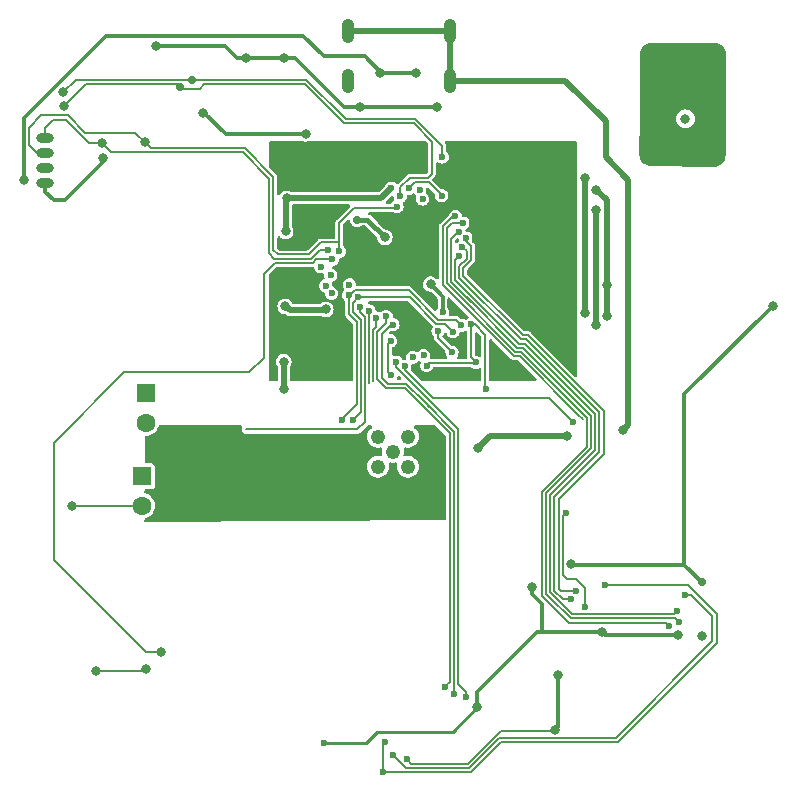
<source format=gbr>
%TF.GenerationSoftware,KiCad,Pcbnew,7.0.7*%
%TF.CreationDate,2023-09-24T12:37:58+02:00*%
%TF.ProjectId,RF Energy Harvesting LK-R37 Enclosure,52462045-6e65-4726-9779-204861727665,Beta R4*%
%TF.SameCoordinates,Original*%
%TF.FileFunction,Copper,L2,Bot*%
%TF.FilePolarity,Positive*%
%FSLAX46Y46*%
G04 Gerber Fmt 4.6, Leading zero omitted, Abs format (unit mm)*
G04 Created by KiCad (PCBNEW 7.0.7) date 2023-09-24 12:37:58*
%MOMM*%
%LPD*%
G01*
G04 APERTURE LIST*
%TA.AperFunction,ComponentPad*%
%ADD10R,1.600000X1.600000*%
%TD*%
%TA.AperFunction,ComponentPad*%
%ADD11C,1.600000*%
%TD*%
%TA.AperFunction,ComponentPad*%
%ADD12O,1.050000X2.100000*%
%TD*%
%TA.AperFunction,ComponentPad*%
%ADD13C,1.240000*%
%TD*%
%TA.AperFunction,SMDPad,CuDef*%
%ADD14O,1.500000X0.800000*%
%TD*%
%TA.AperFunction,ViaPad*%
%ADD15C,0.600000*%
%TD*%
%TA.AperFunction,ViaPad*%
%ADD16C,0.800000*%
%TD*%
%TA.AperFunction,ViaPad*%
%ADD17C,0.700000*%
%TD*%
%TA.AperFunction,Conductor*%
%ADD18C,0.510000*%
%TD*%
%TA.AperFunction,Conductor*%
%ADD19C,0.300000*%
%TD*%
%TA.AperFunction,Conductor*%
%ADD20C,0.150000*%
%TD*%
%TA.AperFunction,Conductor*%
%ADD21C,0.250000*%
%TD*%
%TA.AperFunction,Conductor*%
%ADD22C,0.400000*%
%TD*%
%TA.AperFunction,Conductor*%
%ADD23C,0.200000*%
%TD*%
G04 APERTURE END LIST*
D10*
%TO.P,probeC4,1*%
%TO.N,Net-(probeSS12_1-K)*%
X133410000Y-110424888D03*
D11*
%TO.P,probeC4,2*%
%TO.N,IN_KTS1_ADS2_A-*%
X133410000Y-112924888D03*
%TD*%
D12*
%TO.P,J1,S1,SHIELD*%
%TO.N,Earth*%
X159500000Y-76930000D03*
%TO.P,J1,S2,SHIELD*%
X150860000Y-76930000D03*
%TO.P,J1,S3,SHIELD*%
X159500000Y-72750000D03*
%TO.P,J1,S4,SHIELD*%
X150860000Y-72750000D03*
%TD*%
D13*
%TO.P,SMA1,1*%
%TO.N,Net-(SMA1-Pad1)*%
X154670000Y-108360000D03*
%TO.P,SMA1,2*%
%TO.N,N/C*%
X153400000Y-107090000D03*
X153400000Y-109630000D03*
X155940000Y-107090000D03*
X155940000Y-109630000D03*
%TD*%
D14*
%TO.P,ICSP1,5,Pin_5*%
%TO.N,CHIP_EN*%
X125230500Y-81765000D03*
%TO.P,ICSP1,6,Pin_6*%
%TO.N,ESP_GPIO0_BOOT-DTR*%
X125230500Y-83035000D03*
%TO.P,ICSP1,7,Pin_7*%
%TO.N,unconnected-(ICSP1-Pin_7-Pad7)*%
X125230500Y-84305000D03*
%TO.P,ICSP1,8,Pin_8*%
%TO.N,3V3*%
X125230500Y-85575000D03*
%TD*%
D10*
%TO.P,probeC3,1*%
%TO.N,IN_KTS1_ADS2_A+*%
X133780000Y-103390000D03*
D11*
%TO.P,probeC3,2*%
%TO.N,Net-(probeSS12_1-K)*%
X133780000Y-105890000D03*
%TD*%
D15*
%TO.N,*%
X156929255Y-86150893D03*
X157179255Y-86950893D03*
%TO.N,3V3*%
X157519255Y-101050893D03*
D16*
X170960000Y-85160000D03*
D15*
X162509255Y-102999255D03*
D16*
X148989255Y-96300893D03*
X172372500Y-123620000D03*
D15*
X161699255Y-100790893D03*
D16*
X130120000Y-83510000D03*
X178782500Y-123840000D03*
D15*
X154533755Y-86020893D03*
D16*
X145549255Y-96040893D03*
X161760000Y-130000000D03*
X145439255Y-102999255D03*
X170960000Y-96640000D03*
D15*
X161274984Y-97559199D03*
D16*
X166480000Y-119770000D03*
D15*
X148850000Y-133050000D03*
D16*
X145679255Y-86890893D03*
X138565000Y-79645000D03*
X145439255Y-100730893D03*
X147272951Y-81462951D03*
X145589255Y-89690893D03*
%TO.N,GND*%
X157860000Y-94160000D03*
X158390000Y-79190000D03*
X133740000Y-126780000D03*
X145450000Y-75010000D03*
D15*
X154469255Y-98960893D03*
D16*
X168612500Y-127250000D03*
X129520000Y-126910000D03*
X180822500Y-123970000D03*
X186880000Y-96000000D03*
X151860000Y-79170000D03*
X171890000Y-86150000D03*
X179440000Y-80170000D03*
X169722500Y-117890000D03*
D17*
X151629288Y-88716359D03*
D16*
X153989255Y-90190893D03*
X142200000Y-75010000D03*
D15*
X154500000Y-101860000D03*
D17*
X180805000Y-119375000D03*
D16*
X168422500Y-131880000D03*
X134570000Y-74020000D03*
D15*
X158880000Y-96530000D03*
D16*
X172800000Y-96880000D03*
D15*
X155860000Y-134380000D03*
D16*
X172790000Y-94220000D03*
%TO.N,5V0*%
X171880000Y-87900000D03*
X171880000Y-97630000D03*
D15*
%TO.N,BUZZER_IO18*%
X155679255Y-101120893D03*
X169910000Y-105824500D03*
D16*
%TO.N,IN_KTS1_ADS2_A-*%
X127490000Y-112960000D03*
D15*
%TO.N,CHIP_EN*%
X149150000Y-91250000D03*
D16*
X130000000Y-82200000D03*
D15*
%TO.N,Net-(ESP32S1-U0TXD{slash}PROG{slash}GPIO43)*%
X156020268Y-86041906D03*
X158809255Y-86680893D03*
%TO.N,GPIO8_I2C_SDA*%
X172592500Y-119670000D03*
X153847487Y-135427487D03*
X153970000Y-132960000D03*
X160454255Y-97635893D03*
X150360000Y-105705500D03*
X150921314Y-95083767D03*
%TO.N,GPIO9_I2C_SCL*%
X151290000Y-105690000D03*
X151707852Y-95290143D03*
X154650000Y-134000000D03*
X179370000Y-120463000D03*
X159749255Y-98170893D03*
%TO.N,ESP2_USB_D-*%
X156329255Y-100350893D03*
%TO.N,ESP2_USB_D+*%
X157279255Y-100200893D03*
%TO.N,unconnected-(ESP32S1-GPIO11{slash}ADC2_CH0-Pad16)*%
X152647806Y-96425393D03*
%TO.N,unconnected-(ESP32S1-GPIO12{slash}ADC2_CH1-Pad17)*%
X153279255Y-97020893D03*
D16*
%TO.N,5V0F*%
X123410000Y-85320000D03*
X153580000Y-76270000D03*
X156660000Y-76250000D03*
D15*
%TO.N,unconnected-(ESP32S1-GPIO38-Pad43)*%
X159956622Y-88417660D03*
%TO.N,IMU_CS_IO21*%
X159669255Y-99920893D03*
X158483755Y-98117455D03*
%TO.N,ESP_GPIO0_BOOT-DTR*%
X155014921Y-87590021D03*
X150129255Y-91380893D03*
D16*
X133660000Y-82140000D03*
D15*
%TO.N,RXD0*%
X155299611Y-86701638D03*
D16*
X126860000Y-79100000D03*
D17*
X136610000Y-77499500D03*
D15*
%TO.N,TXD0*%
X158839255Y-83400893D03*
D17*
X137640000Y-76850000D03*
D16*
X126770000Y-77890000D03*
D15*
%TO.N,SCLK_COMMON_3V3_IO04*%
X169335734Y-113535734D03*
X170960000Y-121485500D03*
%TO.N,LCD_MOSI_IO11*%
X178062500Y-123090000D03*
X160590836Y-88992160D03*
%TO.N,LCD_CS_IO12*%
X178870000Y-122750000D03*
X160260000Y-89720000D03*
%TO.N,LCD_RST_IO13*%
X160283754Y-91760949D03*
X178702649Y-121803378D03*
%TO.N,LCD_DC_IO14*%
X169720000Y-120810000D03*
X160553927Y-91008479D03*
%TO.N,LCD_BUSY_IO17*%
X160845758Y-90264143D03*
X170139650Y-120129487D03*
D16*
%TO.N,Earth*%
X158670000Y-107950000D03*
X169420000Y-106990000D03*
X151620000Y-107240000D03*
X153390000Y-111420000D03*
X174130000Y-106540000D03*
X161870000Y-108020000D03*
D15*
%TO.N,LED_R_IO13*%
X159110000Y-128240000D03*
X154094755Y-96876913D03*
%TO.N,LED_G_IO14*%
X154669255Y-97581393D03*
X159850000Y-128860000D03*
%TO.N,LED_B_IO17*%
X160857500Y-129152500D03*
X154956338Y-100747976D03*
D16*
%TO.N,ADS1155_ALERT_IO01*%
X135070000Y-125290000D03*
D15*
X149540000Y-92070000D03*
%TO.N,unconnected-(ESP32S1-GPIO2{slash}ADC1_CH1-Pad7)*%
X148567346Y-92694157D03*
%TO.N,unconnected-(ESP32S1-GPIO4{slash}ADC1_CH3-Pad9)*%
X149410000Y-93400000D03*
%TO.N,unconnected-(ESP32S1-GPIO5{slash}ADC1_CH4-Pad10)*%
X148980000Y-94300000D03*
%TO.N,unconnected-(ESP32S1-GPIO6{slash}ADC1_CH5-Pad11)*%
X149490000Y-94930000D03*
%TO.N,unconnected-(ESP32S1-GPIO7{slash}ADC1_CH6-Pad12)*%
X150975488Y-94217126D03*
%TO.N,unconnected-(ESP32S1-GPIO10{slash}ADC1_CH9-Pad15)*%
X151924243Y-96074221D03*
%TD*%
D18*
%TO.N,3V3*%
X154533755Y-86020893D02*
X153663755Y-86890893D01*
D19*
X147272951Y-81462951D02*
X146315983Y-81462951D01*
D20*
X162490000Y-102980000D02*
X162490000Y-98450000D01*
D19*
X126930000Y-87050000D02*
X125950000Y-87050000D01*
D18*
X145439255Y-102999255D02*
X145439255Y-100730893D01*
D19*
X125230500Y-86330500D02*
X125230500Y-85575000D01*
X178782500Y-123840000D02*
X172592500Y-123840000D01*
X125950000Y-87050000D02*
X125230500Y-86330500D01*
X130120000Y-83860000D02*
X126930000Y-87050000D01*
X167290000Y-123620000D02*
X166950000Y-123620000D01*
X147272951Y-81462951D02*
X140532951Y-81462951D01*
D20*
X162509255Y-102999255D02*
X162490000Y-102980000D01*
D19*
X167290000Y-121230000D02*
X167290000Y-123620000D01*
D18*
X153663755Y-86890893D02*
X145679255Y-86890893D01*
D20*
X161699255Y-100790893D02*
X161274984Y-100366622D01*
X161699255Y-100790893D02*
X161669255Y-100820893D01*
D19*
X161760000Y-130000000D02*
X161760000Y-128710000D01*
X170742500Y-123620000D02*
X172372500Y-123620000D01*
X140532951Y-81462951D02*
X138700000Y-79630000D01*
D21*
X153360000Y-132040000D02*
X152350000Y-133050000D01*
D20*
X161669255Y-100820893D02*
X157749255Y-100820893D01*
D18*
X145589255Y-89690893D02*
X145589255Y-86980893D01*
D20*
X162490000Y-98450000D02*
X161599199Y-97559199D01*
D18*
X145949255Y-96350893D02*
X145639255Y-96040893D01*
X148906781Y-96342853D02*
X148898741Y-96350893D01*
D21*
X161760000Y-130000000D02*
X159720000Y-132040000D01*
X159720000Y-132040000D02*
X153360000Y-132040000D01*
D18*
X145589255Y-86980893D02*
X145679255Y-86890893D01*
D20*
X157749255Y-100820893D02*
X157519255Y-101050893D01*
D18*
X148898741Y-96350893D02*
X145949255Y-96350893D01*
D19*
X170742500Y-123620000D02*
X167290000Y-123620000D01*
X172592500Y-123840000D02*
X172372500Y-123620000D01*
X130120000Y-83510000D02*
X130120000Y-83860000D01*
X166850000Y-123620000D02*
X170742500Y-123620000D01*
D21*
X152350000Y-133050000D02*
X148850000Y-133050000D01*
D20*
X161599199Y-97559199D02*
X161274984Y-97559199D01*
D19*
X166480000Y-120420000D02*
X167290000Y-121230000D01*
X166480000Y-119770000D02*
X166480000Y-120420000D01*
D18*
X170960000Y-96640000D02*
X170960000Y-85160000D01*
D19*
X161760000Y-128710000D02*
X166850000Y-123620000D01*
D20*
X161274984Y-100366622D02*
X161274984Y-97559199D01*
D19*
%TO.N,GND*%
X141430000Y-75010000D02*
X140420000Y-74000000D01*
D20*
X154469255Y-98960893D02*
X154469255Y-99010745D01*
D19*
X146370000Y-75010000D02*
X145450000Y-75010000D01*
X151860000Y-79170000D02*
X150530000Y-79170000D01*
D18*
X172790000Y-94220000D02*
X172790000Y-87050000D01*
X172800000Y-96880000D02*
X172790000Y-96870000D01*
D19*
X179330000Y-103500000D02*
X186830000Y-96000000D01*
X179330000Y-117900000D02*
X179330000Y-103500000D01*
X179330000Y-117900000D02*
X178630000Y-117900000D01*
X150530000Y-79170000D02*
X146370000Y-75010000D01*
D18*
X172790000Y-96870000D02*
X172790000Y-94220000D01*
D19*
X134590000Y-74000000D02*
X134570000Y-74020000D01*
X158880000Y-96530000D02*
X158880000Y-95210000D01*
X186830000Y-96000000D02*
X186880000Y-96000000D01*
D20*
X154270000Y-99210000D02*
X154270000Y-101630000D01*
D19*
X180805000Y-119375000D02*
X179330000Y-117900000D01*
D20*
X154469255Y-99010745D02*
X154270000Y-99210000D01*
X155860000Y-134380000D02*
X156240000Y-134760000D01*
D19*
X158390000Y-79190000D02*
X151880000Y-79190000D01*
X168612500Y-131690000D02*
X168422500Y-131880000D01*
D20*
X163790104Y-131970000D02*
X168332500Y-131970000D01*
X161000104Y-134760000D02*
X163790104Y-131970000D01*
X154270000Y-101630000D02*
X154500000Y-101860000D01*
D22*
X151629288Y-88716359D02*
X152514721Y-88716359D01*
D19*
X142200000Y-75010000D02*
X141430000Y-75010000D01*
X140420000Y-74000000D02*
X134590000Y-74000000D01*
D20*
X156240000Y-134760000D02*
X161000104Y-134760000D01*
D19*
X178630000Y-117900000D02*
X169732500Y-117900000D01*
D22*
X152514721Y-88716359D02*
X153989255Y-90190893D01*
D20*
X168332500Y-131970000D02*
X168422500Y-131880000D01*
D19*
X158880000Y-95210000D02*
X157860000Y-94190000D01*
X145450000Y-75010000D02*
X142200000Y-75010000D01*
D20*
X133610000Y-126910000D02*
X133740000Y-126780000D01*
X129520000Y-126910000D02*
X133610000Y-126910000D01*
D19*
X169732500Y-117900000D02*
X169722500Y-117890000D01*
X151880000Y-79190000D02*
X151860000Y-79170000D01*
D18*
X172790000Y-87050000D02*
X171890000Y-86150000D01*
D19*
X168612500Y-127250000D02*
X168612500Y-131690000D01*
D18*
%TO.N,5V0*%
X171880000Y-97630000D02*
X171880000Y-87900000D01*
D20*
%TO.N,BUZZER_IO18*%
X158080000Y-103840000D02*
X155679255Y-101439255D01*
X169910000Y-105824500D02*
X167925500Y-103840000D01*
X155679255Y-101439255D02*
X155679255Y-101120893D01*
X167925500Y-103840000D02*
X158080000Y-103840000D01*
%TO.N,IN_KTS1_ADS2_A-*%
X127525112Y-112924888D02*
X133410000Y-112924888D01*
X127490000Y-112960000D02*
X127525112Y-112924888D01*
%TO.N,CHIP_EN*%
X141965026Y-82990000D02*
X144200000Y-85224974D01*
X130000000Y-82200000D02*
X130790000Y-82990000D01*
X144634157Y-91994157D02*
X147740869Y-91994157D01*
D23*
X125230500Y-80949500D02*
X125900000Y-80280000D01*
X125230500Y-81765000D02*
X125230500Y-80949500D01*
D20*
X130790000Y-82990000D02*
X141965026Y-82990000D01*
X144200000Y-91560000D02*
X144634157Y-91994157D01*
X148485026Y-91250000D02*
X149150000Y-91250000D01*
X147740869Y-91994157D02*
X148485026Y-91250000D01*
D23*
X125900000Y-80280000D02*
X127000000Y-80280000D01*
D20*
X144200000Y-85224974D02*
X144200000Y-91560000D01*
D23*
X127000000Y-80280000D02*
X128920000Y-82200000D01*
X128920000Y-82200000D02*
X130000000Y-82200000D01*
D20*
%TO.N,Net-(ESP32S1-U0TXD{slash}PROG{slash}GPIO43)*%
X156020268Y-86041906D02*
X156531281Y-85530893D01*
X158809255Y-86650893D02*
X158809255Y-86680893D01*
X156531281Y-85530893D02*
X157689255Y-85530893D01*
X157689255Y-85530893D02*
X158809255Y-86650893D01*
%TO.N,GPIO8_I2C_SDA*%
X179640000Y-119670000D02*
X172592500Y-119670000D01*
X182070000Y-122100000D02*
X179640000Y-119670000D01*
X150930000Y-96660001D02*
X150930000Y-95092453D01*
X159988362Y-97170000D02*
X158500000Y-97170000D01*
X150360000Y-105540000D02*
X151610000Y-104290000D01*
X158500000Y-97170000D02*
X156000893Y-94670893D01*
X156000893Y-94670893D02*
X151429255Y-94670893D01*
X153847487Y-135427487D02*
X153847487Y-133082513D01*
X150360000Y-105705500D02*
X150360000Y-105540000D01*
X163830052Y-132920000D02*
X173704974Y-132920000D01*
X153847487Y-135427487D02*
X153880000Y-135460000D01*
X153847487Y-133082513D02*
X153970000Y-132960000D01*
X151429255Y-94670893D02*
X151016381Y-95083767D01*
X161290052Y-135460000D02*
X163830052Y-132920000D01*
X173704974Y-132920000D02*
X182070000Y-124554974D01*
X151610000Y-97340000D02*
X150930000Y-96660001D01*
X150930000Y-95092453D02*
X150921314Y-95083767D01*
X151610000Y-104290000D02*
X151610000Y-97340000D01*
X160454255Y-97635893D02*
X159988362Y-97170000D01*
X182070000Y-124554974D02*
X182070000Y-122100000D01*
X151016381Y-95083767D02*
X150921314Y-95083767D01*
X153880000Y-135460000D02*
X161290052Y-135460000D01*
%TO.N,GPIO9_I2C_SCL*%
X158355026Y-97520000D02*
X156125169Y-95290143D01*
X173560000Y-132570000D02*
X181720000Y-124410000D01*
X161145078Y-135110000D02*
X163685078Y-132570000D01*
X151280000Y-95717995D02*
X151280000Y-96515026D01*
X181720000Y-124410000D02*
X181720000Y-122890000D01*
X156125169Y-95290143D02*
X151707852Y-95290143D01*
X179370000Y-120463000D02*
X179938026Y-120463000D01*
X179938026Y-120463000D02*
X181720000Y-122244974D01*
X151960000Y-105020000D02*
X151290000Y-105690000D01*
X151960000Y-97195026D02*
X151960000Y-105020000D01*
X155760000Y-135110000D02*
X161145078Y-135110000D01*
X151707852Y-95290143D02*
X151280000Y-95717995D01*
X151280000Y-96515026D02*
X151960000Y-97195026D01*
X154650000Y-134000000D02*
X155760000Y-135110000D01*
X181720000Y-122244974D02*
X181720000Y-122940000D01*
X159040000Y-97520000D02*
X158355026Y-97520000D01*
X159647738Y-98084876D02*
X159604876Y-98084876D01*
X163685078Y-132570000D02*
X173560000Y-132570000D01*
X159604876Y-98084876D02*
X159040000Y-97520000D01*
%TO.N,unconnected-(ESP32S1-GPIO11{slash}ADC2_CH0-Pad16)*%
X152647806Y-96425393D02*
X152660000Y-96437587D01*
X152660000Y-96437587D02*
X152660000Y-102514925D01*
%TO.N,unconnected-(ESP32S1-GPIO12{slash}ADC2_CH1-Pad17)*%
X153279255Y-97020893D02*
X153279255Y-97805919D01*
X153010000Y-98075174D02*
X153010000Y-102369950D01*
X153279255Y-97805919D02*
X153010000Y-98075174D01*
D19*
%TO.N,5V0F*%
X152280000Y-74860000D02*
X153580000Y-76160000D01*
X148800000Y-74860000D02*
X152280000Y-74860000D01*
X153600000Y-76250000D02*
X153580000Y-76270000D01*
X123410000Y-80060000D02*
X130340000Y-73130000D01*
X123410000Y-85320000D02*
X123410000Y-80060000D01*
X153580000Y-76160000D02*
X153580000Y-76270000D01*
X130340000Y-73130000D02*
X147070000Y-73130000D01*
X156660000Y-76250000D02*
X153600000Y-76250000D01*
X147070000Y-73130000D02*
X148800000Y-74860000D01*
D20*
%TO.N,unconnected-(ESP32S1-GPIO38-Pad43)*%
X164890000Y-100240000D02*
X165390000Y-100240000D01*
X165390000Y-100240000D02*
X170365000Y-105215000D01*
X159747366Y-88417660D02*
X158890000Y-89275026D01*
X170365000Y-105215000D02*
X170750000Y-105600000D01*
X159956622Y-88417660D02*
X159747366Y-88417660D01*
X170365000Y-105215000D02*
X170730000Y-105580000D01*
X158890000Y-89275026D02*
X158890000Y-94240000D01*
X158890000Y-94240000D02*
X164890000Y-100240000D01*
%TO.N,IMU_CS_IO21*%
X158483755Y-98735393D02*
X159669255Y-99920893D01*
X158483755Y-98117455D02*
X158483755Y-98735393D01*
%TO.N,ESP_GPIO0_BOOT-DTR*%
X148570000Y-90630000D02*
X147555843Y-91644157D01*
X144934157Y-91644157D02*
X144550000Y-91260000D01*
D23*
X127165686Y-79880000D02*
X128625686Y-81340000D01*
X128625686Y-81340000D02*
X132860000Y-81340000D01*
D20*
X144550000Y-91260000D02*
X144550000Y-85080000D01*
X134160000Y-82640000D02*
X133720000Y-82200000D01*
X151380425Y-87709723D02*
X155050838Y-87709723D01*
X142110000Y-82640000D02*
X134160000Y-82640000D01*
X150080000Y-90630000D02*
X148570000Y-90630000D01*
D23*
X124515000Y-83035000D02*
X123860000Y-82380000D01*
D20*
X147555843Y-91644157D02*
X144934157Y-91644157D01*
X144550000Y-85080000D02*
X142110000Y-82640000D01*
D23*
X123860000Y-82380000D02*
X123860000Y-80920000D01*
D20*
X150129255Y-90620745D02*
X150129255Y-88960893D01*
D23*
X125230500Y-83035000D02*
X124515000Y-83035000D01*
X123860000Y-80920000D02*
X124900000Y-79880000D01*
X132860000Y-81340000D02*
X133660000Y-82140000D01*
D20*
X150129255Y-91380893D02*
X150129255Y-90620745D01*
X150130000Y-90680000D02*
X150080000Y-90630000D01*
D23*
X124900000Y-79880000D02*
X127165686Y-79880000D01*
D20*
X150129255Y-88960893D02*
X151380425Y-87709723D01*
%TO.N,RXD0*%
X150515026Y-80550000D02*
X156425026Y-80550000D01*
X138340000Y-77600000D02*
X138710000Y-77230000D01*
X157969255Y-84825893D02*
X157969255Y-83590745D01*
D23*
X128710000Y-77250000D02*
X126860000Y-79100000D01*
D20*
X147195026Y-77230000D02*
X150515026Y-80550000D01*
X138710000Y-77230000D02*
X147195026Y-77230000D01*
X136610000Y-77499500D02*
X136710500Y-77600000D01*
X136710500Y-77600000D02*
X138340000Y-77600000D01*
X155299611Y-86701638D02*
X155299611Y-85949390D01*
X156108108Y-85140893D02*
X157654255Y-85140893D01*
X155299611Y-85949390D02*
X156108108Y-85140893D01*
X157969255Y-82094229D02*
X157969255Y-83590745D01*
D23*
X136610000Y-77499500D02*
X136360500Y-77250000D01*
D20*
X157969255Y-83590745D02*
X157969255Y-83420893D01*
D23*
X136360500Y-77250000D02*
X128710000Y-77250000D01*
D20*
X157654255Y-85140893D02*
X157969255Y-84825893D01*
X156425026Y-80550000D02*
X157969255Y-82094229D01*
%TO.N,TXD0*%
X147340000Y-76880000D02*
X150660000Y-80200000D01*
X137670000Y-76880000D02*
X147340000Y-76880000D01*
D23*
X127810000Y-76850000D02*
X126770000Y-77890000D01*
D20*
X158839255Y-82469255D02*
X158839255Y-83400893D01*
D23*
X137640000Y-76850000D02*
X127810000Y-76850000D01*
D20*
X150660000Y-80200000D02*
X156570000Y-80200000D01*
X156570000Y-80200000D02*
X158839255Y-82469255D01*
X137640000Y-76850000D02*
X137670000Y-76880000D01*
%TO.N,SCLK_COMMON_3V3_IO04*%
X170960000Y-119920000D02*
X170960000Y-121485500D01*
X169047500Y-113823968D02*
X169047500Y-118757500D01*
X169450000Y-119160000D02*
X170200000Y-119160000D01*
X170200000Y-119160000D02*
X170960000Y-119920000D01*
X169047500Y-118757500D02*
X169450000Y-119160000D01*
X169335734Y-113535734D02*
X169047500Y-113823968D01*
%TO.N,LCD_MOSI_IO11*%
X159240000Y-89420000D02*
X159240000Y-94095026D01*
X167297500Y-111732500D02*
X167297500Y-120537449D01*
X167297500Y-120537449D02*
X169620052Y-122860000D01*
X178062500Y-123090000D02*
X177832500Y-122860000D01*
X165034974Y-99890000D02*
X165534974Y-99890000D01*
X165534974Y-99890000D02*
X171100000Y-105455026D01*
X159240000Y-94095026D02*
X165034974Y-99890000D01*
X169620052Y-122860000D02*
X169870000Y-122860000D01*
X159667840Y-88992160D02*
X159240000Y-89420000D01*
X160590836Y-88992160D02*
X159667840Y-88992160D01*
X171100000Y-105455026D02*
X171100000Y-107930000D01*
X171100000Y-107930000D02*
X167297500Y-111732500D01*
X177832500Y-122860000D02*
X169790000Y-122860000D01*
%TO.N,LCD_CS_IO12*%
X167647500Y-120392474D02*
X167647500Y-119370000D01*
X160914974Y-95275026D02*
X165179948Y-99540000D01*
X159590000Y-93950052D02*
X161279948Y-95640000D01*
X167647500Y-119370000D02*
X167647500Y-111877474D01*
X171450000Y-108074974D02*
X169782487Y-109742487D01*
X171450000Y-105310051D02*
X171450000Y-108074974D01*
X167647500Y-120392475D02*
X167897513Y-120642487D01*
X170709974Y-104570026D02*
X171450000Y-105310051D01*
X160260000Y-89720000D02*
X160170000Y-89720000D01*
X169927487Y-109597487D02*
X169932487Y-109592487D01*
X167897513Y-120642487D02*
X169715026Y-122460000D01*
X167647500Y-111877474D02*
X169927487Y-109597487D01*
X169715026Y-122460000D02*
X178580000Y-122460000D01*
X178580000Y-122460000D02*
X178870000Y-122750000D01*
X159590000Y-90300000D02*
X159590000Y-93950052D01*
X165679948Y-99540000D02*
X170709974Y-104570026D01*
X167897513Y-120642487D02*
X167647500Y-120392474D01*
X170709974Y-104570026D02*
X171019948Y-104880000D01*
X165179948Y-99540000D02*
X165679948Y-99540000D01*
X160170000Y-89720000D02*
X159590000Y-90300000D01*
%TO.N,LCD_RST_IO13*%
X171800000Y-105165076D02*
X171800000Y-108219948D01*
X171002461Y-104367539D02*
X171164922Y-104530000D01*
X159940000Y-92104703D02*
X159940000Y-93805078D01*
X171800000Y-108219948D02*
X167997500Y-112022448D01*
X165824922Y-99190000D02*
X171002461Y-104367539D01*
X178446027Y-122060000D02*
X178702649Y-121803378D01*
X167997500Y-112022448D02*
X167997500Y-120247501D01*
X159940000Y-93805078D02*
X165324922Y-99190000D01*
X169810000Y-122060000D02*
X178446027Y-122060000D01*
X167997500Y-120247501D02*
X169810000Y-122060000D01*
X171002461Y-104367539D02*
X171800000Y-105165076D01*
X165324922Y-99190000D02*
X165824922Y-99190000D01*
X160283754Y-91760949D02*
X159940000Y-92104703D01*
%TO.N,LCD_DC_IO14*%
X170924948Y-103795052D02*
X170924951Y-103795052D01*
X160290000Y-93630000D02*
X165500000Y-98840000D01*
X170924948Y-103795052D02*
X171309896Y-104180000D01*
X160920000Y-91374552D02*
X160920000Y-92010000D01*
X165500000Y-98840000D02*
X165969896Y-98840000D01*
X172150000Y-108364922D02*
X168347500Y-112167422D01*
X168347500Y-112167422D02*
X168347500Y-120102526D01*
X160290000Y-92640000D02*
X160290000Y-93630000D01*
X170924951Y-103795052D02*
X172150000Y-105020101D01*
X160553927Y-91008479D02*
X160920000Y-91374552D01*
X172150000Y-105020101D02*
X172150000Y-108364922D01*
X165969896Y-98840000D02*
X170924948Y-103795052D01*
X160920000Y-92010000D02*
X160290000Y-92640000D01*
X169054974Y-120810000D02*
X169720000Y-120810000D01*
X168347500Y-120102526D02*
X169054974Y-120810000D01*
%TO.N,LCD_BUSY_IO17*%
X160676422Y-90433479D02*
X160792100Y-90433479D01*
X160640000Y-92784974D02*
X160640000Y-93485026D01*
X160845758Y-90264143D02*
X160676422Y-90433479D01*
X168869435Y-120129487D02*
X168697500Y-119957552D01*
X171157439Y-103532565D02*
X171157435Y-103532565D01*
X170139650Y-120129487D02*
X168869435Y-120129487D01*
X166114870Y-98490000D02*
X171157435Y-103532565D01*
X160640000Y-93485026D02*
X165644974Y-98490000D01*
X161270000Y-90911379D02*
X161270000Y-92154974D01*
X160792100Y-90433479D02*
X161270000Y-90911379D01*
X171157435Y-103532565D02*
X171454870Y-103830000D01*
X168697500Y-119957552D02*
X168697500Y-112312396D01*
X172500000Y-104875126D02*
X171157439Y-103532565D01*
X161270000Y-92154974D02*
X160640000Y-92784974D01*
X172500000Y-108509896D02*
X172500000Y-104875126D01*
X168697500Y-112312396D02*
X172500000Y-108509896D01*
X165644974Y-98490000D02*
X166114870Y-98490000D01*
D18*
%TO.N,Earth*%
X172690000Y-83400000D02*
X174610000Y-85320000D01*
X174610000Y-106060000D02*
X174130000Y-106540000D01*
X162900000Y-106990000D02*
X161870000Y-108020000D01*
X158270000Y-107950000D02*
X157890000Y-108330000D01*
X172690000Y-80370000D02*
X172690000Y-83400000D01*
X169420000Y-106990000D02*
X162900000Y-106990000D01*
X159500000Y-72750000D02*
X150860000Y-72750000D01*
X174610000Y-85320000D02*
X174610000Y-106060000D01*
X159500000Y-72750000D02*
X159500000Y-76930000D01*
X169250000Y-76930000D02*
X172690000Y-80370000D01*
X152020000Y-110050000D02*
X152020000Y-107640000D01*
X152020000Y-107640000D02*
X151620000Y-107240000D01*
X159500000Y-76930000D02*
X169250000Y-76930000D01*
X158670000Y-107950000D02*
X158270000Y-107950000D01*
X153390000Y-111420000D02*
X152020000Y-110050000D01*
D20*
%TO.N,LED_R_IO13*%
X153360000Y-98220148D02*
X154094755Y-97485393D01*
X154105026Y-102970000D02*
X153360000Y-102224975D01*
X159110000Y-128240000D02*
X159110000Y-128210000D01*
X159500000Y-127820000D02*
X159500000Y-106800052D01*
X159500000Y-106800052D02*
X155669948Y-102970000D01*
X153360000Y-102224975D02*
X153360000Y-98220148D01*
X154094755Y-97485393D02*
X154094755Y-96876913D01*
X155669948Y-102970000D02*
X154105026Y-102970000D01*
X159110000Y-128210000D02*
X159500000Y-127820000D01*
%TO.N,LED_G_IO14*%
X154493729Y-97581393D02*
X153710000Y-98365122D01*
X157357461Y-104162539D02*
X157734922Y-104540000D01*
X159850000Y-106655078D02*
X157357461Y-104162539D01*
X153710000Y-98365122D02*
X153710000Y-102080000D01*
X155814922Y-102620000D02*
X157357461Y-104162539D01*
X159850000Y-128860000D02*
X159850000Y-106655078D01*
X154250000Y-102620000D02*
X155814922Y-102620000D01*
X154669255Y-97581393D02*
X154493729Y-97581393D01*
X153710000Y-102080000D02*
X154250000Y-102620000D01*
%TO.N,LED_B_IO17*%
X160857500Y-129152500D02*
X160857500Y-128667500D01*
X160857500Y-128667500D02*
X160200000Y-128010000D01*
X160200000Y-106454974D02*
X154956338Y-101211312D01*
X160200000Y-128010000D02*
X160200000Y-106454974D01*
X154956338Y-101211312D02*
X154956338Y-100747976D01*
%TO.N,ADS1155_ALERT_IO01*%
X131940000Y-101640000D02*
X142520000Y-101640000D01*
X135070000Y-125290000D02*
X133790000Y-125290000D01*
X126000000Y-107580000D02*
X131940000Y-101640000D01*
X142520000Y-101640000D02*
X143740000Y-100420000D01*
X148160000Y-92070000D02*
X149540000Y-92070000D01*
X144695843Y-92344157D02*
X147885843Y-92344157D01*
X126000000Y-117500000D02*
X126000000Y-107580000D01*
X147885843Y-92344157D02*
X148160000Y-92070000D01*
X143740000Y-100420000D02*
X143740000Y-93300000D01*
X133790000Y-125290000D02*
X126000000Y-117500000D01*
X143740000Y-93300000D02*
X144695843Y-92344157D01*
%TO.N,unconnected-(ESP32S1-GPIO7{slash}ADC1_CH6-Pad12)*%
X150975488Y-94217126D02*
X150974782Y-94217126D01*
%TO.N,unconnected-(ESP32S1-GPIO10{slash}ADC1_CH9-Pad15)*%
X152310000Y-105800000D02*
X152310000Y-96900760D01*
X142230000Y-106440000D02*
X151670000Y-106440000D01*
X152310000Y-96900760D02*
X151924243Y-96515003D01*
X151924243Y-96515003D02*
X151924243Y-96074221D01*
X151670000Y-106440000D02*
X152310000Y-105800000D01*
%TD*%
%TA.AperFunction,NonConductor*%
G36*
X146918263Y-82032208D02*
G01*
X146976714Y-82046641D01*
X146984623Y-82050792D01*
X147039158Y-82079414D01*
X147193480Y-82117451D01*
X147193481Y-82117451D01*
X147352421Y-82117451D01*
X147352422Y-82117451D01*
X147506744Y-82079414D01*
X147568107Y-82047207D01*
X147626755Y-82032776D01*
X157397557Y-82040601D01*
X157465659Y-82060657D01*
X157486548Y-82077505D01*
X157602850Y-82193807D01*
X157636876Y-82256119D01*
X157639755Y-82282902D01*
X157639755Y-84637218D01*
X157619753Y-84705339D01*
X157602851Y-84726313D01*
X157554677Y-84774488D01*
X157492366Y-84808513D01*
X157465581Y-84811393D01*
X156125228Y-84811393D01*
X156119743Y-84811153D01*
X156089565Y-84808513D01*
X156078949Y-84807584D01*
X156078945Y-84807584D01*
X156039379Y-84818185D01*
X156034015Y-84819374D01*
X155993676Y-84826487D01*
X155988439Y-84828393D01*
X155971749Y-84835306D01*
X155966707Y-84837657D01*
X155933152Y-84861152D01*
X155928518Y-84864104D01*
X155893045Y-84884585D01*
X155893038Y-84884590D01*
X155866706Y-84915972D01*
X155862992Y-84920025D01*
X155129974Y-85653042D01*
X155067662Y-85687068D01*
X154996847Y-85682003D01*
X154940917Y-85640651D01*
X154929229Y-85625419D01*
X154892455Y-85597201D01*
X154813404Y-85536542D01*
X154813396Y-85536537D01*
X154678507Y-85480664D01*
X154533755Y-85461608D01*
X154389002Y-85480664D01*
X154321556Y-85508601D01*
X154254113Y-85536538D01*
X154254112Y-85536539D01*
X154254111Y-85536539D01*
X154138281Y-85625419D01*
X154049399Y-85741252D01*
X154049398Y-85741253D01*
X154028263Y-85792278D01*
X154000951Y-85833153D01*
X153489618Y-86344488D01*
X153427305Y-86378513D01*
X153400522Y-86381393D01*
X146138931Y-86381393D01*
X146070810Y-86361391D01*
X146055381Y-86349708D01*
X146053788Y-86348297D01*
X146053782Y-86348293D01*
X146042099Y-86342161D01*
X145913048Y-86274430D01*
X145913047Y-86274429D01*
X145913046Y-86274429D01*
X145758727Y-86236393D01*
X145758726Y-86236393D01*
X145599784Y-86236393D01*
X145599782Y-86236393D01*
X145445464Y-86274429D01*
X145445457Y-86274432D01*
X145304729Y-86348291D01*
X145304724Y-86348295D01*
X145209109Y-86433004D01*
X145185757Y-86453692D01*
X145121790Y-86546365D01*
X145109196Y-86564610D01*
X145054037Y-86609309D01*
X144983468Y-86617092D01*
X144919895Y-86585487D01*
X144883500Y-86524528D01*
X144879500Y-86493033D01*
X144879500Y-85097131D01*
X144879740Y-85091637D01*
X144883310Y-85050840D01*
X144872701Y-85011252D01*
X144871520Y-85005925D01*
X144864405Y-84965566D01*
X144864403Y-84965562D01*
X144862491Y-84960308D01*
X144855596Y-84943663D01*
X144853235Y-84938600D01*
X144853235Y-84938599D01*
X144829738Y-84905042D01*
X144826783Y-84900404D01*
X144826538Y-84899980D01*
X144806305Y-84864934D01*
X144774916Y-84838595D01*
X144770876Y-84834893D01*
X144199993Y-84264010D01*
X144165967Y-84201698D01*
X144163088Y-84175096D01*
X144162751Y-83941121D01*
X144160181Y-82156279D01*
X144180085Y-82088133D01*
X144233674Y-82041563D01*
X144286281Y-82030101D01*
X146918263Y-82032208D01*
G37*
%TD.AperFunction*%
%TA.AperFunction,NonConductor*%
G36*
X154673383Y-86705971D02*
G01*
X154730219Y-86748518D01*
X154754273Y-86807579D01*
X154759383Y-86846391D01*
X154799302Y-86942765D01*
X154806891Y-87013355D01*
X154775111Y-87076842D01*
X154741606Y-87100108D01*
X154742431Y-87101537D01*
X154735280Y-87105665D01*
X154619447Y-87194547D01*
X154530563Y-87310383D01*
X154526613Y-87317225D01*
X154475229Y-87366218D01*
X154417495Y-87380223D01*
X154199156Y-87380223D01*
X154131035Y-87360221D01*
X154084542Y-87306565D01*
X154074438Y-87236291D01*
X154103932Y-87171711D01*
X154110046Y-87165142D01*
X154540259Y-86734929D01*
X154602568Y-86700907D01*
X154673383Y-86705971D01*
G37*
%TD.AperFunction*%
%TA.AperFunction,NonConductor*%
G36*
X160193115Y-90270479D02*
G01*
X160258041Y-90299203D01*
X160297132Y-90358468D01*
X160301587Y-90378952D01*
X160305303Y-90407176D01*
X160306608Y-90417084D01*
X160303685Y-90417468D01*
X160302326Y-90474258D01*
X160262524Y-90533048D01*
X160259018Y-90535838D01*
X160158454Y-90613003D01*
X160145462Y-90629935D01*
X160088123Y-90671802D01*
X160017252Y-90676023D01*
X159955350Y-90641258D01*
X159922069Y-90578545D01*
X159919500Y-90553230D01*
X159919500Y-90488673D01*
X159939502Y-90420552D01*
X159956399Y-90399583D01*
X160054088Y-90301894D01*
X160116396Y-90267872D01*
X160159622Y-90266070D01*
X160193115Y-90270479D01*
G37*
%TD.AperFunction*%
%TA.AperFunction,NonConductor*%
G36*
X150987702Y-87420395D02*
G01*
X151034195Y-87474051D01*
X151044299Y-87544325D01*
X151014805Y-87608905D01*
X151008690Y-87615473D01*
X150180982Y-88443181D01*
X149908383Y-88715780D01*
X149904331Y-88719493D01*
X149872949Y-88745827D01*
X149872948Y-88745829D01*
X149852467Y-88781303D01*
X149849514Y-88785937D01*
X149826021Y-88819490D01*
X149823665Y-88824542D01*
X149816745Y-88841251D01*
X149814848Y-88846462D01*
X149807735Y-88886802D01*
X149806545Y-88892169D01*
X149795945Y-88931728D01*
X149795945Y-88931734D01*
X149799515Y-88972530D01*
X149799755Y-88978024D01*
X149799755Y-90174500D01*
X149779753Y-90242621D01*
X149726097Y-90289114D01*
X149673755Y-90300500D01*
X148587132Y-90300500D01*
X148581647Y-90300260D01*
X148552590Y-90297718D01*
X148540842Y-90296690D01*
X148540835Y-90296690D01*
X148501276Y-90307290D01*
X148495909Y-90308480D01*
X148455569Y-90315593D01*
X148450363Y-90317488D01*
X148433628Y-90324420D01*
X148428601Y-90326764D01*
X148428599Y-90326765D01*
X148428596Y-90326766D01*
X148428598Y-90326766D01*
X148395037Y-90350263D01*
X148390404Y-90353214D01*
X148354936Y-90373693D01*
X148354934Y-90373694D01*
X148328607Y-90405068D01*
X148324894Y-90409120D01*
X147456265Y-91277752D01*
X147393952Y-91311777D01*
X147367169Y-91314657D01*
X145122831Y-91314657D01*
X145054710Y-91294655D01*
X145033735Y-91277752D01*
X144916404Y-91160420D01*
X144882379Y-91098108D01*
X144879500Y-91071325D01*
X144879500Y-90216224D01*
X144899502Y-90148103D01*
X144953158Y-90101610D01*
X145023432Y-90091506D01*
X145088012Y-90121000D01*
X145090257Y-90123221D01*
X145095756Y-90128093D01*
X145095757Y-90128094D01*
X145214726Y-90233492D01*
X145214727Y-90233492D01*
X145214729Y-90233494D01*
X145285199Y-90270479D01*
X145355462Y-90307356D01*
X145509784Y-90345393D01*
X145509785Y-90345393D01*
X145668725Y-90345393D01*
X145668726Y-90345393D01*
X145823048Y-90307356D01*
X145963784Y-90233492D01*
X146082753Y-90128094D01*
X146173042Y-89997288D01*
X146229404Y-89848675D01*
X146229404Y-89848674D01*
X146229405Y-89848672D01*
X146248562Y-89690896D01*
X146248562Y-89690889D01*
X146229405Y-89533113D01*
X146173040Y-89384494D01*
X146121059Y-89309186D01*
X146098823Y-89241761D01*
X146098755Y-89237610D01*
X146098755Y-87526393D01*
X146118757Y-87458272D01*
X146172413Y-87411779D01*
X146224755Y-87400393D01*
X150919581Y-87400393D01*
X150987702Y-87420395D01*
G37*
%TD.AperFunction*%
%TA.AperFunction,NonConductor*%
G36*
X159493012Y-95309449D02*
G01*
X159499595Y-95315578D01*
X161048337Y-96864320D01*
X161082363Y-96926632D01*
X161077298Y-96997447D01*
X161034751Y-97054283D01*
X161007465Y-97069822D01*
X160995342Y-97074844D01*
X160995340Y-97074845D01*
X160995335Y-97074848D01*
X160891348Y-97154640D01*
X160825128Y-97180240D01*
X160755579Y-97165975D01*
X160737946Y-97154643D01*
X160733906Y-97151543D01*
X160733896Y-97151537D01*
X160599007Y-97095664D01*
X160454256Y-97076608D01*
X160454255Y-97076608D01*
X160433405Y-97079352D01*
X160363257Y-97068409D01*
X160327869Y-97043524D01*
X160233477Y-96949132D01*
X160229762Y-96945079D01*
X160214283Y-96926632D01*
X160203428Y-96913695D01*
X160167951Y-96893212D01*
X160163319Y-96890261D01*
X160129763Y-96866765D01*
X160129759Y-96866762D01*
X160124729Y-96864416D01*
X160108026Y-96857498D01*
X160102792Y-96855593D01*
X160062453Y-96848480D01*
X160057087Y-96847290D01*
X160017526Y-96836690D01*
X160017520Y-96836690D01*
X160005771Y-96837718D01*
X159976714Y-96840260D01*
X159971230Y-96840500D01*
X159540023Y-96840500D01*
X159471902Y-96820498D01*
X159425409Y-96766842D01*
X159415305Y-96696568D01*
X159418316Y-96681891D01*
X159420227Y-96674756D01*
X159420226Y-96674756D01*
X159420228Y-96674754D01*
X159439285Y-96530000D01*
X159420228Y-96385246D01*
X159364355Y-96250358D01*
X159364350Y-96250351D01*
X159310537Y-96180219D01*
X159284937Y-96113998D01*
X159284500Y-96103516D01*
X159284500Y-95404673D01*
X159304502Y-95336552D01*
X159358158Y-95290059D01*
X159428432Y-95279955D01*
X159493012Y-95309449D01*
G37*
%TD.AperFunction*%
%TA.AperFunction,NonConductor*%
G36*
X161812996Y-98239433D02*
G01*
X161819579Y-98245562D01*
X162123595Y-98549578D01*
X162157621Y-98611890D01*
X162160500Y-98638673D01*
X162160500Y-100193188D01*
X162140498Y-100261309D01*
X162086842Y-100307802D01*
X162016568Y-100317906D01*
X161986282Y-100309597D01*
X161978899Y-100306538D01*
X161978898Y-100306538D01*
X161875297Y-100263625D01*
X161844007Y-100250664D01*
X161714038Y-100233554D01*
X161649111Y-100204832D01*
X161610019Y-100145566D01*
X161604484Y-100108632D01*
X161604484Y-98334657D01*
X161624486Y-98266536D01*
X161678142Y-98220043D01*
X161748416Y-98209939D01*
X161812996Y-98239433D01*
G37*
%TD.AperFunction*%
%TA.AperFunction,NonConductor*%
G36*
X160878544Y-98102095D02*
G01*
X160929342Y-98151694D01*
X160945483Y-98213395D01*
X160945483Y-100349480D01*
X160945243Y-100354972D01*
X160943372Y-100376370D01*
X160917511Y-100442490D01*
X160860009Y-100484131D01*
X160817851Y-100491393D01*
X160185930Y-100491393D01*
X160117809Y-100471391D01*
X160071316Y-100417735D01*
X160061212Y-100347461D01*
X160085968Y-100288689D01*
X160148076Y-100207748D01*
X160153610Y-100200536D01*
X160209483Y-100065647D01*
X160228540Y-99920893D01*
X160209483Y-99776139D01*
X160153610Y-99641251D01*
X160064729Y-99525419D01*
X160064727Y-99525417D01*
X160064726Y-99525416D01*
X159948904Y-99436542D01*
X159948896Y-99436537D01*
X159814007Y-99380664D01*
X159669256Y-99361608D01*
X159669255Y-99361608D01*
X159648405Y-99364352D01*
X159578257Y-99353409D01*
X159542869Y-99328524D01*
X158891388Y-98677043D01*
X158857362Y-98614731D01*
X158862427Y-98543916D01*
X158880516Y-98511251D01*
X158968110Y-98397098D01*
X158989030Y-98346592D01*
X159033575Y-98291314D01*
X159100938Y-98268892D01*
X159169730Y-98286449D01*
X159218109Y-98338411D01*
X159221846Y-98346594D01*
X159264899Y-98450534D01*
X159264904Y-98450542D01*
X159353780Y-98566367D01*
X159448011Y-98638673D01*
X159469612Y-98655248D01*
X159604501Y-98711121D01*
X159749255Y-98730178D01*
X159894009Y-98711121D01*
X160028898Y-98655248D01*
X160144729Y-98566367D01*
X160233610Y-98450536D01*
X160289483Y-98315647D01*
X160291433Y-98300828D01*
X160320153Y-98235905D01*
X160379416Y-98196811D01*
X160432799Y-98192353D01*
X160454255Y-98195178D01*
X160599009Y-98176121D01*
X160733898Y-98120248D01*
X160742777Y-98113434D01*
X160808995Y-98087832D01*
X160878544Y-98102095D01*
G37*
%TD.AperFunction*%
%TA.AperFunction,NonConductor*%
G36*
X156004617Y-95639645D02*
G01*
X156025591Y-95656548D01*
X158011337Y-97642294D01*
X158045363Y-97704606D01*
X158040298Y-97775421D01*
X158022205Y-97808092D01*
X157999404Y-97837806D01*
X157999401Y-97837811D01*
X157999400Y-97837813D01*
X157971463Y-97905257D01*
X157943526Y-97972702D01*
X157924470Y-98117454D01*
X157924470Y-98117455D01*
X157943526Y-98262207D01*
X157999399Y-98397096D01*
X157999404Y-98397104D01*
X158088278Y-98512926D01*
X158088279Y-98512927D01*
X158088281Y-98512929D01*
X158104958Y-98525725D01*
X158146825Y-98583060D01*
X158154255Y-98625688D01*
X158154255Y-98718260D01*
X158154015Y-98723753D01*
X158150445Y-98764551D01*
X158150445Y-98764558D01*
X158161045Y-98804118D01*
X158162235Y-98809484D01*
X158169348Y-98849823D01*
X158171253Y-98855057D01*
X158178171Y-98871760D01*
X158180517Y-98876790D01*
X158204013Y-98910345D01*
X158206967Y-98914982D01*
X158227451Y-98950460D01*
X158258828Y-98976788D01*
X158262871Y-98980492D01*
X158718916Y-99436537D01*
X159076886Y-99794507D01*
X159110912Y-99856819D01*
X159112714Y-99900043D01*
X159109970Y-99920892D01*
X159109970Y-99920894D01*
X159129026Y-100065645D01*
X159184899Y-100200534D01*
X159184904Y-100200542D01*
X159252542Y-100288689D01*
X159278143Y-100354909D01*
X159263878Y-100424458D01*
X159214277Y-100475254D01*
X159152580Y-100491393D01*
X157943971Y-100491393D01*
X157875850Y-100471391D01*
X157829357Y-100417735D01*
X157819049Y-100348947D01*
X157838540Y-100200893D01*
X157838540Y-100200892D01*
X157822149Y-100076393D01*
X157819483Y-100056139D01*
X157763610Y-99921251D01*
X157674729Y-99805419D01*
X157674727Y-99805417D01*
X157674726Y-99805416D01*
X157558904Y-99716542D01*
X157558896Y-99716537D01*
X157424007Y-99660664D01*
X157279255Y-99641608D01*
X157134502Y-99660664D01*
X157067057Y-99688601D01*
X156999613Y-99716538D01*
X156999612Y-99716539D01*
X156999611Y-99716539D01*
X156883778Y-99805421D01*
X156829097Y-99876683D01*
X156771759Y-99918551D01*
X156700888Y-99922772D01*
X156652432Y-99899942D01*
X156608904Y-99866542D01*
X156608896Y-99866537D01*
X156474007Y-99810664D01*
X156329255Y-99791608D01*
X156184502Y-99810664D01*
X156117435Y-99838445D01*
X156049613Y-99866538D01*
X156049612Y-99866539D01*
X156049611Y-99866539D01*
X155933781Y-99955419D01*
X155844901Y-100071249D01*
X155844900Y-100071251D01*
X155827014Y-100114432D01*
X155789026Y-100206140D01*
X155769970Y-100350892D01*
X155769970Y-100350894D01*
X155779246Y-100421357D01*
X155768306Y-100491505D01*
X155721178Y-100544604D01*
X155670770Y-100562724D01*
X155585522Y-100573947D01*
X155515373Y-100563008D01*
X155462275Y-100515879D01*
X155452669Y-100497248D01*
X155440693Y-100468334D01*
X155351812Y-100352502D01*
X155351810Y-100352500D01*
X155351809Y-100352499D01*
X155235987Y-100263625D01*
X155235979Y-100263620D01*
X155101090Y-100207747D01*
X154956338Y-100188691D01*
X154811584Y-100207747D01*
X154811579Y-100207749D01*
X154773717Y-100223432D01*
X154703127Y-100231021D01*
X154639640Y-100199241D01*
X154603414Y-100138182D01*
X154599500Y-100107023D01*
X154599500Y-99856819D01*
X154599500Y-99591316D01*
X154619501Y-99523199D01*
X154673156Y-99476706D01*
X154677214Y-99474940D01*
X154748898Y-99445248D01*
X154864729Y-99356367D01*
X154953610Y-99240536D01*
X155009483Y-99105647D01*
X155028540Y-98960893D01*
X155027166Y-98950460D01*
X155013918Y-98849827D01*
X155009483Y-98816139D01*
X154953610Y-98681251D01*
X154864729Y-98565419D01*
X154864727Y-98565417D01*
X154864726Y-98565416D01*
X154748904Y-98476542D01*
X154748896Y-98476537D01*
X154614007Y-98420664D01*
X154469255Y-98401608D01*
X154469250Y-98401608D01*
X154457505Y-98403154D01*
X154387357Y-98392213D01*
X154334259Y-98345084D01*
X154315071Y-98276730D01*
X154335884Y-98208852D01*
X154351967Y-98189137D01*
X154390711Y-98150393D01*
X154453023Y-98116367D01*
X154516150Y-98120882D01*
X154516525Y-98119484D01*
X154523779Y-98121427D01*
X154523838Y-98121432D01*
X154523930Y-98121468D01*
X154524497Y-98121619D01*
X154524501Y-98121621D01*
X154669255Y-98140678D01*
X154814009Y-98121621D01*
X154948898Y-98065748D01*
X155064729Y-97976867D01*
X155153610Y-97861036D01*
X155209483Y-97726147D01*
X155228540Y-97581393D01*
X155221599Y-97528674D01*
X155217759Y-97499500D01*
X155209483Y-97436639D01*
X155153610Y-97301751D01*
X155064729Y-97185919D01*
X155064727Y-97185917D01*
X155064726Y-97185916D01*
X154948904Y-97097042D01*
X154948896Y-97097037D01*
X154814007Y-97041164D01*
X154760430Y-97034111D01*
X154695503Y-97005388D01*
X154656412Y-96946123D01*
X154651956Y-96892740D01*
X154654040Y-96876913D01*
X154651233Y-96855595D01*
X154635611Y-96736929D01*
X154634983Y-96732159D01*
X154579110Y-96597271D01*
X154490229Y-96481439D01*
X154490227Y-96481437D01*
X154490226Y-96481436D01*
X154374404Y-96392562D01*
X154374396Y-96392557D01*
X154239507Y-96336684D01*
X154094755Y-96317628D01*
X153950002Y-96336684D01*
X153884028Y-96364012D01*
X153815113Y-96392558D01*
X153815112Y-96392559D01*
X153815111Y-96392559D01*
X153699277Y-96481441D01*
X153692194Y-96490673D01*
X153634855Y-96532538D01*
X153563983Y-96536757D01*
X153544017Y-96530374D01*
X153424007Y-96480664D01*
X153306526Y-96465198D01*
X153241598Y-96436476D01*
X153202507Y-96377210D01*
X153198050Y-96356722D01*
X153196808Y-96347291D01*
X153188034Y-96280639D01*
X153132161Y-96145751D01*
X153043280Y-96029919D01*
X153043278Y-96029917D01*
X153043277Y-96029916D01*
X152927455Y-95941042D01*
X152927447Y-95941037D01*
X152792558Y-95885164D01*
X152681661Y-95870565D01*
X152616734Y-95841843D01*
X152577642Y-95782578D01*
X152576797Y-95711586D01*
X152614467Y-95651407D01*
X152678692Y-95621148D01*
X152698107Y-95619643D01*
X155936496Y-95619643D01*
X156004617Y-95639645D01*
G37*
%TD.AperFunction*%
%TA.AperFunction,NonConductor*%
G36*
X155220107Y-101946598D02*
G01*
X155244908Y-101965865D01*
X155354448Y-102075405D01*
X155388474Y-102137717D01*
X155383409Y-102208532D01*
X155340862Y-102265368D01*
X155274342Y-102290179D01*
X155265353Y-102290500D01*
X155110440Y-102290500D01*
X155042319Y-102270498D01*
X154995826Y-102216842D01*
X154985722Y-102146568D01*
X154994031Y-102116282D01*
X155034708Y-102018080D01*
X155039405Y-102006740D01*
X155083952Y-101951461D01*
X155151316Y-101929040D01*
X155220107Y-101946598D01*
G37*
%TD.AperFunction*%
%TA.AperFunction,NonConductor*%
G36*
X163028012Y-98844449D02*
G01*
X163034594Y-98850578D01*
X164644894Y-100460877D01*
X164648598Y-100464919D01*
X164674934Y-100496305D01*
X164710417Y-100516791D01*
X164715033Y-100519732D01*
X164736030Y-100534434D01*
X164748599Y-100543235D01*
X164753668Y-100545599D01*
X164770296Y-100552486D01*
X164775569Y-100554406D01*
X164788984Y-100556770D01*
X164815922Y-100561520D01*
X164821269Y-100562706D01*
X164860839Y-100573309D01*
X164887891Y-100570942D01*
X164901642Y-100569740D01*
X164907134Y-100569500D01*
X165201327Y-100569500D01*
X165269448Y-100589502D01*
X165290422Y-100606405D01*
X166811181Y-102127164D01*
X166845207Y-102189476D01*
X166840142Y-102260291D01*
X166797595Y-102317127D01*
X166731075Y-102341938D01*
X166722134Y-102342259D01*
X162945548Y-102343705D01*
X162877420Y-102323729D01*
X162830906Y-102270091D01*
X162819500Y-102217705D01*
X162819500Y-98939673D01*
X162839502Y-98871552D01*
X162893158Y-98825059D01*
X162963432Y-98814955D01*
X163028012Y-98844449D01*
G37*
%TD.AperFunction*%
%TA.AperFunction,NonConductor*%
G36*
X156956076Y-100651841D02*
G01*
X156976718Y-100667681D01*
X157018584Y-100725017D01*
X157022806Y-100795888D01*
X157016422Y-100815860D01*
X156979027Y-100906138D01*
X156979026Y-100906139D01*
X156959970Y-101050892D01*
X156959970Y-101050893D01*
X156979026Y-101195645D01*
X157034899Y-101330534D01*
X157034904Y-101330542D01*
X157123780Y-101446367D01*
X157239605Y-101535243D01*
X157239612Y-101535248D01*
X157374501Y-101591121D01*
X157519255Y-101610178D01*
X157664009Y-101591121D01*
X157798898Y-101535248D01*
X157914729Y-101446367D01*
X158003610Y-101330536D01*
X158046009Y-101228173D01*
X158090558Y-101172894D01*
X158157921Y-101150473D01*
X158162418Y-101150393D01*
X161215616Y-101150393D01*
X161283737Y-101170395D01*
X161299089Y-101182767D01*
X161407099Y-101265647D01*
X161419612Y-101275248D01*
X161554501Y-101331121D01*
X161699255Y-101350178D01*
X161844009Y-101331121D01*
X161978898Y-101275248D01*
X161978903Y-101275243D01*
X161986281Y-101272188D01*
X162056871Y-101264599D01*
X162120358Y-101296378D01*
X162156586Y-101357436D01*
X162160500Y-101388597D01*
X162160500Y-102218055D01*
X162140498Y-102286176D01*
X162086842Y-102332669D01*
X162034548Y-102344055D01*
X157104164Y-102345943D01*
X157036036Y-102325967D01*
X157015021Y-102309038D01*
X156206420Y-101500437D01*
X156172394Y-101438125D01*
X156177459Y-101367310D01*
X156179094Y-101363152D01*
X156219483Y-101265647D01*
X156238540Y-101120893D01*
X156229263Y-101050428D01*
X156240202Y-100980281D01*
X156287330Y-100927182D01*
X156337738Y-100909061D01*
X156474009Y-100891121D01*
X156608898Y-100835248D01*
X156724729Y-100746367D01*
X156779414Y-100675100D01*
X156836750Y-100633235D01*
X156907621Y-100629013D01*
X156956076Y-100651841D01*
G37*
%TD.AperFunction*%
%TA.AperFunction,NonConductor*%
G36*
X170123604Y-82050792D02*
G01*
X170191708Y-82070849D01*
X170238158Y-82124542D01*
X170249502Y-82176544D01*
X170288371Y-101893079D01*
X170268503Y-101961239D01*
X170214939Y-102007837D01*
X170144685Y-102018080D01*
X170080046Y-101988714D01*
X170073276Y-101982422D01*
X169191507Y-101100653D01*
X166359974Y-98269121D01*
X166356270Y-98265079D01*
X166353860Y-98262207D01*
X166329936Y-98233695D01*
X166294459Y-98213212D01*
X166289827Y-98210261D01*
X166256271Y-98186765D01*
X166256267Y-98186762D01*
X166251237Y-98184416D01*
X166234534Y-98177498D01*
X166229300Y-98175593D01*
X166188961Y-98168480D01*
X166183595Y-98167290D01*
X166144034Y-98156690D01*
X166144028Y-98156690D01*
X166132279Y-98157718D01*
X166103222Y-98160260D01*
X166097738Y-98160500D01*
X165833647Y-98160500D01*
X165765526Y-98140498D01*
X165744552Y-98123595D01*
X161006405Y-93385448D01*
X160972379Y-93323136D01*
X160969500Y-93296353D01*
X160969500Y-92973647D01*
X160989502Y-92905526D01*
X161006399Y-92884557D01*
X161490887Y-92400069D01*
X161494917Y-92396375D01*
X161526305Y-92370040D01*
X161546794Y-92334549D01*
X161549728Y-92329946D01*
X161573235Y-92296375D01*
X161575602Y-92291297D01*
X161582488Y-92274673D01*
X161584403Y-92269411D01*
X161584402Y-92269411D01*
X161584405Y-92269408D01*
X161591521Y-92229042D01*
X161592700Y-92223725D01*
X161603310Y-92184134D01*
X161601298Y-92161137D01*
X161599740Y-92143320D01*
X161599500Y-92137828D01*
X161599500Y-90928511D01*
X161599740Y-90923018D01*
X161600417Y-90915279D01*
X161603310Y-90882219D01*
X161592701Y-90842631D01*
X161591520Y-90837304D01*
X161584405Y-90796945D01*
X161584403Y-90796941D01*
X161582494Y-90791697D01*
X161575590Y-90775028D01*
X161573235Y-90769979D01*
X161573235Y-90769978D01*
X161566283Y-90760050D01*
X161549734Y-90736412D01*
X161546780Y-90731777D01*
X161531693Y-90705646D01*
X161526305Y-90696313D01*
X161502125Y-90676023D01*
X161494925Y-90669981D01*
X161490882Y-90666277D01*
X161400856Y-90576251D01*
X161366830Y-90513939D01*
X161371895Y-90443124D01*
X161373543Y-90438936D01*
X161381158Y-90420552D01*
X161385986Y-90408897D01*
X161405043Y-90264143D01*
X161385986Y-90119389D01*
X161330113Y-89984501D01*
X161241232Y-89868669D01*
X161241230Y-89868667D01*
X161241229Y-89868666D01*
X161125407Y-89779792D01*
X161125399Y-89779787D01*
X160990510Y-89723914D01*
X160912644Y-89713663D01*
X160847717Y-89684940D01*
X160808626Y-89625675D01*
X160804165Y-89605154D01*
X160804094Y-89604613D01*
X160815055Y-89534470D01*
X160862200Y-89481386D01*
X160866021Y-89479089D01*
X160870476Y-89476516D01*
X160870479Y-89476515D01*
X160986310Y-89387634D01*
X161075191Y-89271803D01*
X161131064Y-89136914D01*
X161150121Y-88992160D01*
X161147898Y-88975278D01*
X161136607Y-88889507D01*
X161131064Y-88847406D01*
X161075191Y-88712518D01*
X160986310Y-88596686D01*
X160986308Y-88596684D01*
X160986307Y-88596683D01*
X160870485Y-88507809D01*
X160870477Y-88507804D01*
X160735588Y-88451931D01*
X160612479Y-88435724D01*
X160547552Y-88407001D01*
X160508461Y-88347736D01*
X160504004Y-88327248D01*
X160498383Y-88284555D01*
X160496850Y-88272906D01*
X160440977Y-88138018D01*
X160352096Y-88022186D01*
X160352094Y-88022184D01*
X160352093Y-88022183D01*
X160236271Y-87933309D01*
X160236263Y-87933304D01*
X160101374Y-87877431D01*
X159956622Y-87858375D01*
X159811869Y-87877431D01*
X159744423Y-87905368D01*
X159676980Y-87933305D01*
X159676979Y-87933306D01*
X159676978Y-87933306D01*
X159561148Y-88022186D01*
X159472268Y-88138016D01*
X159472264Y-88138023D01*
X159419096Y-88266380D01*
X159391784Y-88307256D01*
X158669124Y-89029917D01*
X158665072Y-89033630D01*
X158633693Y-89059961D01*
X158633692Y-89059961D01*
X158613211Y-89095436D01*
X158610259Y-89100070D01*
X158586766Y-89133623D01*
X158584410Y-89138675D01*
X158577490Y-89155384D01*
X158575593Y-89160595D01*
X158568480Y-89200935D01*
X158567290Y-89206302D01*
X158556690Y-89245861D01*
X158556690Y-89245866D01*
X158558959Y-89271803D01*
X158560260Y-89286663D01*
X158560500Y-89292157D01*
X158560500Y-93626226D01*
X158540498Y-93694347D01*
X158486842Y-93740840D01*
X158416568Y-93750944D01*
X158351988Y-93721450D01*
X158350946Y-93720538D01*
X158234530Y-93617402D01*
X158234525Y-93617398D01*
X158093797Y-93543539D01*
X158093795Y-93543538D01*
X158093793Y-93543537D01*
X158093791Y-93543536D01*
X158093790Y-93543536D01*
X157939472Y-93505500D01*
X157939471Y-93505500D01*
X157780529Y-93505500D01*
X157780527Y-93505500D01*
X157626209Y-93543536D01*
X157626202Y-93543539D01*
X157485474Y-93617398D01*
X157485469Y-93617402D01*
X157366501Y-93722800D01*
X157276215Y-93853601D01*
X157276212Y-93853607D01*
X157219849Y-94002220D01*
X157200693Y-94159996D01*
X157200693Y-94160003D01*
X157219849Y-94317779D01*
X157256565Y-94414588D01*
X157276213Y-94466395D01*
X157366502Y-94597201D01*
X157485471Y-94702599D01*
X157485472Y-94702599D01*
X157485474Y-94702601D01*
X157560200Y-94741820D01*
X157626207Y-94776463D01*
X157780529Y-94814500D01*
X157860260Y-94814500D01*
X157928381Y-94834502D01*
X157949355Y-94851405D01*
X158438595Y-95340645D01*
X158472621Y-95402957D01*
X158475500Y-95429740D01*
X158475500Y-96103516D01*
X158455498Y-96171637D01*
X158449463Y-96180219D01*
X158395649Y-96250351D01*
X158395643Y-96250361D01*
X158365498Y-96323137D01*
X158320949Y-96378417D01*
X158253585Y-96400837D01*
X158184794Y-96383278D01*
X158159995Y-96364012D01*
X156246008Y-94450025D01*
X156242293Y-94445972D01*
X156241269Y-94444752D01*
X156215959Y-94414588D01*
X156180482Y-94394105D01*
X156175850Y-94391154D01*
X156142294Y-94367658D01*
X156142290Y-94367655D01*
X156137260Y-94365309D01*
X156120557Y-94358391D01*
X156115323Y-94356486D01*
X156074984Y-94349373D01*
X156069618Y-94348183D01*
X156030057Y-94337583D01*
X156030051Y-94337583D01*
X156018302Y-94338611D01*
X155989245Y-94341153D01*
X155983761Y-94341393D01*
X151660773Y-94341393D01*
X151592652Y-94321391D01*
X151546159Y-94267735D01*
X151536901Y-94225175D01*
X151535851Y-94225314D01*
X151515716Y-94072373D01*
X151515716Y-94072372D01*
X151459843Y-93937484D01*
X151370962Y-93821652D01*
X151370960Y-93821650D01*
X151370959Y-93821649D01*
X151255137Y-93732775D01*
X151255129Y-93732770D01*
X151120240Y-93676897D01*
X150975488Y-93657841D01*
X150830735Y-93676897D01*
X150763290Y-93704834D01*
X150695846Y-93732771D01*
X150695845Y-93732772D01*
X150695844Y-93732772D01*
X150580014Y-93821652D01*
X150491134Y-93937482D01*
X150491133Y-93937484D01*
X150482474Y-93958389D01*
X150435259Y-94072373D01*
X150416203Y-94217125D01*
X150416203Y-94217126D01*
X150435259Y-94361878D01*
X150491132Y-94496767D01*
X150491137Y-94496774D01*
X150523110Y-94538443D01*
X150548710Y-94604663D01*
X150534445Y-94674212D01*
X150523110Y-94691849D01*
X150436963Y-94804118D01*
X150436960Y-94804123D01*
X150436959Y-94804125D01*
X150421408Y-94841669D01*
X150381085Y-94939014D01*
X150362029Y-95083766D01*
X150362029Y-95083767D01*
X150381085Y-95228519D01*
X150436958Y-95363408D01*
X150436963Y-95363416D01*
X150518924Y-95470228D01*
X150525840Y-95479241D01*
X150551203Y-95498703D01*
X150593070Y-95556038D01*
X150600500Y-95598665D01*
X150600500Y-96642869D01*
X150600260Y-96648362D01*
X150596690Y-96689160D01*
X150596690Y-96689162D01*
X150607291Y-96728727D01*
X150608481Y-96734094D01*
X150615595Y-96774437D01*
X150617496Y-96779659D01*
X150624416Y-96796368D01*
X150626762Y-96801398D01*
X150650258Y-96834953D01*
X150653212Y-96839590D01*
X150662453Y-96855595D01*
X150673695Y-96875067D01*
X150695319Y-96893212D01*
X150705067Y-96901391D01*
X150709122Y-96905106D01*
X150989935Y-97185919D01*
X151243595Y-97439578D01*
X151277620Y-97501891D01*
X151280500Y-97528674D01*
X151280500Y-102222224D01*
X151260498Y-102290345D01*
X151206842Y-102336838D01*
X151154548Y-102348224D01*
X146074803Y-102350169D01*
X146006675Y-102330193D01*
X145960161Y-102276555D01*
X145948755Y-102224169D01*
X145948755Y-101184174D01*
X145968757Y-101116053D01*
X145971059Y-101112598D01*
X145979304Y-101100653D01*
X146023042Y-101037288D01*
X146079404Y-100888675D01*
X146079404Y-100888674D01*
X146079405Y-100888672D01*
X146098562Y-100730896D01*
X146098562Y-100730889D01*
X146079405Y-100573113D01*
X146058041Y-100516782D01*
X146023042Y-100424498D01*
X145932753Y-100293692D01*
X145813784Y-100188294D01*
X145813783Y-100188293D01*
X145813780Y-100188291D01*
X145673052Y-100114432D01*
X145673050Y-100114431D01*
X145673048Y-100114430D01*
X145673046Y-100114429D01*
X145673045Y-100114429D01*
X145518727Y-100076393D01*
X145518726Y-100076393D01*
X145359784Y-100076393D01*
X145359782Y-100076393D01*
X145205464Y-100114429D01*
X145205457Y-100114432D01*
X145064729Y-100188291D01*
X145064724Y-100188295D01*
X144945756Y-100293693D01*
X144855470Y-100424494D01*
X144855467Y-100424500D01*
X144799104Y-100573113D01*
X144779948Y-100730889D01*
X144779948Y-100730896D01*
X144799104Y-100888672D01*
X144855467Y-101037285D01*
X144855470Y-101037291D01*
X144907451Y-101112598D01*
X144929687Y-101180023D01*
X144929755Y-101184174D01*
X144929755Y-102224657D01*
X144909753Y-102292778D01*
X144856097Y-102339271D01*
X144803803Y-102350657D01*
X144315121Y-102350844D01*
X144246993Y-102330868D01*
X144200479Y-102277230D01*
X144189073Y-102225028D01*
X144180170Y-96040896D01*
X144889948Y-96040896D01*
X144909104Y-96198672D01*
X144954219Y-96317628D01*
X144965468Y-96347288D01*
X145055757Y-96478094D01*
X145174726Y-96583492D01*
X145174727Y-96583492D01*
X145174729Y-96583494D01*
X145220065Y-96607288D01*
X145315462Y-96657356D01*
X145469784Y-96695393D01*
X145521022Y-96695393D01*
X145589143Y-96715395D01*
X145610117Y-96732298D01*
X145614745Y-96736926D01*
X145614751Y-96736931D01*
X145616305Y-96738094D01*
X145627555Y-96746514D01*
X145631043Y-96749325D01*
X145670966Y-96783919D01*
X145675449Y-96785966D01*
X145698622Y-96799715D01*
X145702562Y-96802665D01*
X145702564Y-96802666D01*
X145702567Y-96802668D01*
X145752059Y-96821128D01*
X145756191Y-96822840D01*
X145766767Y-96827669D01*
X145804236Y-96844781D01*
X145809114Y-96845482D01*
X145835219Y-96852145D01*
X145839839Y-96853869D01*
X145892530Y-96857636D01*
X145896985Y-96858116D01*
X145912813Y-96860393D01*
X145912818Y-96860393D01*
X145928814Y-96860393D01*
X145933310Y-96860554D01*
X145985973Y-96864320D01*
X145985973Y-96864319D01*
X145985976Y-96864320D01*
X145990790Y-96863272D01*
X146017573Y-96860393D01*
X148615873Y-96860393D01*
X148674426Y-96874825D01*
X148755462Y-96917356D01*
X148909784Y-96955393D01*
X148909785Y-96955393D01*
X149068725Y-96955393D01*
X149068726Y-96955393D01*
X149223048Y-96917356D01*
X149363784Y-96843492D01*
X149482753Y-96738094D01*
X149573042Y-96607288D01*
X149629404Y-96458675D01*
X149629404Y-96458674D01*
X149629405Y-96458672D01*
X149648562Y-96300896D01*
X149648562Y-96300889D01*
X149629405Y-96143113D01*
X149612068Y-96097401D01*
X149573042Y-95994498D01*
X149482753Y-95863692D01*
X149363784Y-95758294D01*
X149363783Y-95758293D01*
X149363780Y-95758291D01*
X149263928Y-95705885D01*
X149229824Y-95672888D01*
X149201625Y-95677976D01*
X149184940Y-95675037D01*
X149068727Y-95646393D01*
X149068726Y-95646393D01*
X148909784Y-95646393D01*
X148909782Y-95646393D01*
X148755464Y-95684429D01*
X148755457Y-95684432D01*
X148614729Y-95758291D01*
X148614719Y-95758298D01*
X148556694Y-95809705D01*
X148492441Y-95839906D01*
X148473141Y-95841393D01*
X146260553Y-95841393D01*
X146192432Y-95821391D01*
X146145939Y-95767735D01*
X146142741Y-95760072D01*
X146142066Y-95758291D01*
X146133042Y-95734498D01*
X146042753Y-95603692D01*
X145923784Y-95498294D01*
X145923783Y-95498293D01*
X145923780Y-95498291D01*
X145783052Y-95424432D01*
X145783050Y-95424431D01*
X145783048Y-95424430D01*
X145783046Y-95424429D01*
X145783045Y-95424429D01*
X145628727Y-95386393D01*
X145628726Y-95386393D01*
X145469784Y-95386393D01*
X145469782Y-95386393D01*
X145315464Y-95424429D01*
X145315457Y-95424432D01*
X145174729Y-95498291D01*
X145174724Y-95498295D01*
X145055756Y-95603693D01*
X144965470Y-95734494D01*
X144965467Y-95734500D01*
X144909104Y-95883113D01*
X144889948Y-96040889D01*
X144889948Y-96040896D01*
X144180170Y-96040896D01*
X144176342Y-93382006D01*
X144196246Y-93313861D01*
X144213237Y-93292744D01*
X144795421Y-92710561D01*
X144857734Y-92676536D01*
X144884517Y-92673657D01*
X147868710Y-92673657D01*
X147874196Y-92673896D01*
X147906184Y-92676695D01*
X147972299Y-92702558D01*
X148013938Y-92760061D01*
X148020121Y-92785767D01*
X148024471Y-92818803D01*
X148027118Y-92838911D01*
X148035759Y-92859772D01*
X148082990Y-92973798D01*
X148082995Y-92973806D01*
X148171871Y-93089631D01*
X148280282Y-93172818D01*
X148287703Y-93178512D01*
X148422592Y-93234385D01*
X148494969Y-93243913D01*
X148567345Y-93253442D01*
X148567345Y-93253441D01*
X148567346Y-93253442D01*
X148712100Y-93234385D01*
X148712101Y-93234384D01*
X148712546Y-93234326D01*
X148782694Y-93245265D01*
X148835793Y-93292393D01*
X148854983Y-93360747D01*
X148853915Y-93375691D01*
X148850715Y-93400001D01*
X148869771Y-93544752D01*
X148892518Y-93599667D01*
X148900107Y-93670257D01*
X148868328Y-93733744D01*
X148824329Y-93764293D01*
X148700361Y-93815643D01*
X148700356Y-93815646D01*
X148584526Y-93904526D01*
X148495646Y-94020356D01*
X148495645Y-94020358D01*
X148467708Y-94087802D01*
X148439771Y-94155247D01*
X148420715Y-94299999D01*
X148420715Y-94300000D01*
X148439771Y-94444752D01*
X148495644Y-94579641D01*
X148495649Y-94579649D01*
X148584525Y-94695474D01*
X148690068Y-94776460D01*
X148700357Y-94784355D01*
X148835246Y-94840228D01*
X148835251Y-94840228D01*
X148840627Y-94841669D01*
X148901251Y-94878618D01*
X148932276Y-94942477D01*
X148932943Y-94946930D01*
X148949771Y-95074752D01*
X149005644Y-95209641D01*
X149005649Y-95209649D01*
X149094525Y-95325474D01*
X149197739Y-95404673D01*
X149210357Y-95414355D01*
X149263313Y-95436290D01*
X149308932Y-95473052D01*
X149338929Y-95469396D01*
X149345244Y-95470227D01*
X149345246Y-95470228D01*
X149490000Y-95489285D01*
X149634754Y-95470228D01*
X149769643Y-95414355D01*
X149885474Y-95325474D01*
X149974355Y-95209643D01*
X150030228Y-95074754D01*
X150049285Y-94930000D01*
X150030228Y-94785246D01*
X149974355Y-94650358D01*
X149885474Y-94534526D01*
X149885472Y-94534524D01*
X149885471Y-94534523D01*
X149769649Y-94445649D01*
X149769641Y-94445644D01*
X149634750Y-94389770D01*
X149629359Y-94388326D01*
X149568738Y-94351371D01*
X149537720Y-94287508D01*
X149537060Y-94283100D01*
X149520228Y-94155246D01*
X149497480Y-94100329D01*
X149489892Y-94029742D01*
X149521671Y-93966255D01*
X149565668Y-93935706D01*
X149689643Y-93884355D01*
X149805474Y-93795474D01*
X149894355Y-93679643D01*
X149950228Y-93544754D01*
X149969285Y-93400000D01*
X149950228Y-93255246D01*
X149894355Y-93120358D01*
X149805474Y-93004526D01*
X149805472Y-93004524D01*
X149805471Y-93004523D01*
X149689649Y-92915649D01*
X149689646Y-92915647D01*
X149689643Y-92915645D01*
X149563395Y-92863351D01*
X149508116Y-92818803D01*
X149485695Y-92751440D01*
X149503254Y-92682648D01*
X149555216Y-92634270D01*
X149595165Y-92622022D01*
X149684754Y-92610228D01*
X149819643Y-92554355D01*
X149935474Y-92465474D01*
X150024355Y-92349643D01*
X150080228Y-92214754D01*
X150099285Y-92070000D01*
X150099285Y-92061741D01*
X150100917Y-92061741D01*
X150110375Y-92001052D01*
X150157498Y-91947948D01*
X150207915Y-91929822D01*
X150274009Y-91921121D01*
X150408898Y-91865248D01*
X150524729Y-91776367D01*
X150613610Y-91660536D01*
X150669483Y-91525647D01*
X150688540Y-91380893D01*
X150669483Y-91236139D01*
X150613610Y-91101251D01*
X150611198Y-91098108D01*
X150584623Y-91063475D01*
X150524729Y-90985419D01*
X150524726Y-90985417D01*
X150524725Y-90985415D01*
X150508048Y-90972618D01*
X150466182Y-90915279D01*
X150458755Y-90872658D01*
X150458755Y-90705646D01*
X150458995Y-90700152D01*
X150459332Y-90696311D01*
X150463310Y-90650840D01*
X150463048Y-90649861D01*
X150458755Y-90617252D01*
X150458755Y-89149566D01*
X150478757Y-89081445D01*
X150495655Y-89060475D01*
X150817989Y-88738141D01*
X150880299Y-88704118D01*
X150951114Y-88709182D01*
X151007950Y-88751729D01*
X151032004Y-88810790D01*
X151040348Y-88874165D01*
X151101256Y-89021216D01*
X151198153Y-89147493D01*
X151324430Y-89244390D01*
X151402857Y-89276874D01*
X151471482Y-89305299D01*
X151629288Y-89326075D01*
X151787094Y-89305299D01*
X151879824Y-89266889D01*
X151934145Y-89244390D01*
X151996039Y-89196897D01*
X152062259Y-89171296D01*
X152072743Y-89170859D01*
X152274271Y-89170859D01*
X152342392Y-89190861D01*
X152363361Y-89207759D01*
X153296917Y-90141316D01*
X153330941Y-90203626D01*
X153332901Y-90215221D01*
X153349105Y-90348672D01*
X153349105Y-90348674D01*
X153349106Y-90348675D01*
X153405468Y-90497288D01*
X153495757Y-90628094D01*
X153614726Y-90733492D01*
X153614727Y-90733492D01*
X153614729Y-90733494D01*
X153684244Y-90769978D01*
X153755462Y-90807356D01*
X153909784Y-90845393D01*
X153909785Y-90845393D01*
X154068725Y-90845393D01*
X154068726Y-90845393D01*
X154223048Y-90807356D01*
X154363784Y-90733492D01*
X154482753Y-90628094D01*
X154573042Y-90497288D01*
X154629404Y-90348675D01*
X154629404Y-90348674D01*
X154629405Y-90348672D01*
X154648562Y-90190896D01*
X154648562Y-90190889D01*
X154629405Y-90033113D01*
X154610968Y-89984499D01*
X154573042Y-89884498D01*
X154482753Y-89753692D01*
X154363784Y-89648294D01*
X154363783Y-89648293D01*
X154363780Y-89648291D01*
X154223052Y-89574432D01*
X154223050Y-89574431D01*
X154223048Y-89574430D01*
X154223046Y-89574429D01*
X154223045Y-89574429D01*
X154068727Y-89536393D01*
X154068726Y-89536393D01*
X154029705Y-89536393D01*
X153961584Y-89516391D01*
X153940610Y-89499488D01*
X153416400Y-88975278D01*
X152856646Y-88415523D01*
X152851943Y-88410260D01*
X152827353Y-88379424D01*
X152777771Y-88345619D01*
X152729497Y-88309992D01*
X152729495Y-88309991D01*
X152729494Y-88309990D01*
X152729491Y-88309989D01*
X152721859Y-88305955D01*
X152714149Y-88302243D01*
X152660275Y-88285625D01*
X152601077Y-88246432D01*
X152572465Y-88181456D01*
X152583524Y-88111326D01*
X152630743Y-88058308D01*
X152697415Y-88039223D01*
X154646695Y-88039223D01*
X154714816Y-88059225D01*
X154723400Y-88065262D01*
X154735278Y-88074376D01*
X154870167Y-88130249D01*
X155014921Y-88149306D01*
X155159675Y-88130249D01*
X155294564Y-88074376D01*
X155410395Y-87985495D01*
X155499276Y-87869664D01*
X155555149Y-87734775D01*
X155574206Y-87590021D01*
X155555149Y-87445267D01*
X155515229Y-87348894D01*
X155507640Y-87278305D01*
X155539419Y-87214818D01*
X155572926Y-87191558D01*
X155572099Y-87190125D01*
X155579252Y-87185994D01*
X155579252Y-87185993D01*
X155579254Y-87185993D01*
X155695085Y-87097112D01*
X155783966Y-86981281D01*
X155839839Y-86846392D01*
X155858198Y-86706939D01*
X155886919Y-86642014D01*
X155946184Y-86602922D01*
X155999563Y-86598465D01*
X156020268Y-86601191D01*
X156165022Y-86582134D01*
X156299911Y-86526261D01*
X156337438Y-86497465D01*
X156403656Y-86471865D01*
X156473205Y-86486129D01*
X156514102Y-86520722D01*
X156525933Y-86536140D01*
X156533781Y-86546367D01*
X156618590Y-86611444D01*
X156660456Y-86668780D01*
X156664678Y-86739651D01*
X156658294Y-86759622D01*
X156639028Y-86806135D01*
X156639026Y-86806139D01*
X156619970Y-86950892D01*
X156619970Y-86950893D01*
X156639026Y-87095645D01*
X156694899Y-87230534D01*
X156694904Y-87230542D01*
X156783780Y-87346367D01*
X156899605Y-87435243D01*
X156899612Y-87435248D01*
X157034501Y-87491121D01*
X157106878Y-87500649D01*
X157179254Y-87510178D01*
X157179254Y-87510177D01*
X157179255Y-87510178D01*
X157324009Y-87491121D01*
X157458898Y-87435248D01*
X157574729Y-87346367D01*
X157663610Y-87230536D01*
X157719483Y-87095647D01*
X157738540Y-86950893D01*
X157719483Y-86806139D01*
X157663610Y-86671251D01*
X157574729Y-86555419D01*
X157574727Y-86555417D01*
X157574726Y-86555416D01*
X157489920Y-86490342D01*
X157448053Y-86433004D01*
X157443831Y-86362133D01*
X157450210Y-86342173D01*
X157469483Y-86295647D01*
X157488540Y-86150893D01*
X157483207Y-86110385D01*
X157494146Y-86040238D01*
X157541274Y-85987139D01*
X157609628Y-85967949D01*
X157677506Y-85988760D01*
X157697224Y-86004845D01*
X158220376Y-86527997D01*
X158254402Y-86590309D01*
X158256203Y-86633535D01*
X158249970Y-86680888D01*
X158249970Y-86680893D01*
X158269026Y-86825645D01*
X158324899Y-86960534D01*
X158324904Y-86960542D01*
X158413780Y-87076367D01*
X158529605Y-87165243D01*
X158529612Y-87165248D01*
X158664501Y-87221121D01*
X158716563Y-87227975D01*
X158809254Y-87240178D01*
X158809254Y-87240177D01*
X158809255Y-87240178D01*
X158954009Y-87221121D01*
X159088898Y-87165248D01*
X159204729Y-87076367D01*
X159293610Y-86960536D01*
X159349483Y-86825647D01*
X159368540Y-86680893D01*
X159367270Y-86671250D01*
X159357688Y-86598465D01*
X159349483Y-86536139D01*
X159293610Y-86401251D01*
X159204729Y-86285419D01*
X159204727Y-86285417D01*
X159204726Y-86285416D01*
X159088904Y-86196542D01*
X159088896Y-86196537D01*
X158954007Y-86140664D01*
X158809256Y-86121608D01*
X158800997Y-86121608D01*
X158800997Y-86118690D01*
X158744771Y-86109922D01*
X158709380Y-86085035D01*
X158031833Y-85407488D01*
X157997807Y-85345176D01*
X158002872Y-85274361D01*
X158031830Y-85229299D01*
X158190142Y-85070987D01*
X158194173Y-85067294D01*
X158225560Y-85040959D01*
X158246051Y-85005466D01*
X158248985Y-85000860D01*
X158272490Y-84967294D01*
X158272490Y-84967291D01*
X158274872Y-84962184D01*
X158281726Y-84945638D01*
X158283661Y-84940323D01*
X158285727Y-84928598D01*
X158290776Y-84899964D01*
X158291958Y-84894632D01*
X158302564Y-84855054D01*
X158299339Y-84818185D01*
X158298995Y-84814251D01*
X158298755Y-84808759D01*
X158298755Y-83940587D01*
X158318757Y-83872466D01*
X158372413Y-83825973D01*
X158442687Y-83815869D01*
X158501457Y-83840623D01*
X158559612Y-83885248D01*
X158694501Y-83941121D01*
X158839255Y-83960178D01*
X158984009Y-83941121D01*
X159118898Y-83885248D01*
X159234729Y-83796367D01*
X159323610Y-83680536D01*
X159379483Y-83545647D01*
X159398540Y-83400893D01*
X159379483Y-83256139D01*
X159323610Y-83121251D01*
X159234729Y-83005419D01*
X159234726Y-83005417D01*
X159234725Y-83005415D01*
X159218048Y-82992618D01*
X159176182Y-82935279D01*
X159168755Y-82892658D01*
X159168755Y-82486388D01*
X159168995Y-82480896D01*
X159171864Y-82448091D01*
X159172564Y-82440094D01*
X159161961Y-82400524D01*
X159160775Y-82395177D01*
X159153660Y-82354821D01*
X159153659Y-82354820D01*
X159151741Y-82349551D01*
X159144854Y-82332923D01*
X159142490Y-82327854D01*
X159134762Y-82316818D01*
X159118987Y-82294288D01*
X159116046Y-82289672D01*
X159095560Y-82254189D01*
X159095556Y-82254186D01*
X159091229Y-82249028D01*
X159062762Y-82183988D01*
X159073978Y-82113883D01*
X159121314Y-82060971D01*
X159187846Y-82042034D01*
X170123604Y-82050792D01*
G37*
%TD.AperFunction*%
%TA.AperFunction,NonConductor*%
G36*
X181880894Y-73722281D02*
G01*
X182012518Y-73734969D01*
X182061540Y-73739695D01*
X182085899Y-73744502D01*
X182250650Y-73794292D01*
X182273591Y-73803780D01*
X182425394Y-73884922D01*
X182446022Y-73898722D01*
X182578964Y-74008056D01*
X182596480Y-74025626D01*
X182705403Y-74158913D01*
X182719141Y-74179590D01*
X182799803Y-74331636D01*
X182809221Y-74354610D01*
X182858498Y-74519515D01*
X182863229Y-74543891D01*
X182880079Y-74724589D01*
X182880351Y-74730802D01*
X182831858Y-83224987D01*
X182831519Y-83231169D01*
X182812768Y-83410873D01*
X182807803Y-83435088D01*
X182757086Y-83598769D01*
X182747488Y-83621552D01*
X182665790Y-83772174D01*
X182651929Y-83792642D01*
X182542395Y-83924416D01*
X182524803Y-83941785D01*
X182391645Y-84049637D01*
X182371003Y-84063236D01*
X182219351Y-84143014D01*
X182196448Y-84152322D01*
X182032140Y-84200953D01*
X182007863Y-84205610D01*
X181866992Y-84218500D01*
X181827932Y-84222074D01*
X181821764Y-84222334D01*
X176535484Y-84185297D01*
X176529350Y-84184954D01*
X176366181Y-84167761D01*
X176350164Y-84166074D01*
X176326019Y-84161106D01*
X176162824Y-84110457D01*
X176140109Y-84100882D01*
X175989900Y-84019428D01*
X175969486Y-84005615D01*
X175883178Y-83933969D01*
X175838012Y-83896475D01*
X175820677Y-83878951D01*
X175712970Y-83746304D01*
X175699378Y-83725740D01*
X175644332Y-83621552D01*
X175619555Y-83574654D01*
X175610230Y-83551843D01*
X175561351Y-83388101D01*
X175556647Y-83363923D01*
X175539708Y-83184536D01*
X175539430Y-83178395D01*
X175550957Y-80170000D01*
X178634435Y-80170000D01*
X178654632Y-80349255D01*
X178654633Y-80349257D01*
X178714211Y-80519522D01*
X178714212Y-80519525D01*
X178810182Y-80672260D01*
X178810183Y-80672262D01*
X178937737Y-80799816D01*
X178937739Y-80799817D01*
X179090474Y-80895787D01*
X179090475Y-80895787D01*
X179090478Y-80895789D01*
X179260745Y-80955368D01*
X179440000Y-80975565D01*
X179619255Y-80955368D01*
X179789522Y-80895789D01*
X179942262Y-80799816D01*
X180069816Y-80672262D01*
X180165789Y-80519522D01*
X180225368Y-80349255D01*
X180245565Y-80170000D01*
X180225368Y-79990745D01*
X180165789Y-79820478D01*
X180165787Y-79820475D01*
X180165787Y-79820474D01*
X180069817Y-79667739D01*
X180069816Y-79667737D01*
X179942262Y-79540183D01*
X179942260Y-79540182D01*
X179789525Y-79444212D01*
X179789522Y-79444211D01*
X179671913Y-79403058D01*
X179619255Y-79384632D01*
X179440000Y-79364435D01*
X179439999Y-79364435D01*
X179413926Y-79367372D01*
X179260745Y-79384632D01*
X179260742Y-79384632D01*
X179260742Y-79384633D01*
X179090477Y-79444211D01*
X179090474Y-79444212D01*
X178937739Y-79540182D01*
X178937737Y-79540183D01*
X178810183Y-79667737D01*
X178810182Y-79667739D01*
X178714212Y-79820474D01*
X178714211Y-79820477D01*
X178714211Y-79820478D01*
X178654632Y-79990745D01*
X178634435Y-80170000D01*
X175550957Y-80170000D01*
X175571781Y-74734966D01*
X175572103Y-74728837D01*
X175590342Y-74549952D01*
X175595214Y-74525842D01*
X175645144Y-74362788D01*
X175654603Y-74340096D01*
X175735267Y-74189843D01*
X175748951Y-74169426D01*
X175857274Y-74037710D01*
X175874668Y-74020338D01*
X176006512Y-73912184D01*
X176026962Y-73898516D01*
X176177301Y-73818045D01*
X176200004Y-73808614D01*
X176363133Y-73758883D01*
X176387232Y-73754045D01*
X176566125Y-73736030D01*
X176572277Y-73735713D01*
X176737652Y-73735284D01*
X181537281Y-73722863D01*
X181874683Y-73721990D01*
X181880894Y-73722281D01*
G37*
%TD.AperFunction*%
%TA.AperFunction,Conductor*%
%TO.N,Earth*%
G36*
X141775904Y-106101003D02*
G01*
X141844006Y-106121056D01*
X141890458Y-106174747D01*
X141900508Y-106245029D01*
X141891192Y-106277615D01*
X141860958Y-106346542D01*
X141860957Y-106346544D01*
X141860957Y-106346546D01*
X141853904Y-106431660D01*
X141850608Y-106471437D01*
X141881370Y-106592917D01*
X141881371Y-106592919D01*
X141881372Y-106592922D01*
X141949916Y-106697836D01*
X141949917Y-106697837D01*
X141949918Y-106697838D01*
X142048808Y-106774808D01*
X142048811Y-106774809D01*
X142167340Y-106815500D01*
X151617989Y-106815500D01*
X151643847Y-106818181D01*
X151654268Y-106820367D01*
X151689436Y-106815983D01*
X151697226Y-106815500D01*
X151701107Y-106815500D01*
X151701114Y-106815500D01*
X151724140Y-106811657D01*
X151778626Y-106804866D01*
X151778627Y-106804865D01*
X151778630Y-106804865D01*
X151786136Y-106802630D01*
X151793604Y-106800065D01*
X151793610Y-106800065D01*
X151841877Y-106773944D01*
X151891211Y-106749826D01*
X151891213Y-106749823D01*
X151897603Y-106745261D01*
X151903821Y-106740421D01*
X151903826Y-106740419D01*
X151928568Y-106713542D01*
X151941009Y-106700028D01*
X152217176Y-106423860D01*
X152494881Y-106146154D01*
X152557190Y-106112132D01*
X152584052Y-106109253D01*
X152795924Y-106109415D01*
X152864025Y-106129468D01*
X152910477Y-106183159D01*
X152920527Y-106253441D01*
X152890984Y-106317999D01*
X152869885Y-106337350D01*
X152780671Y-106402168D01*
X152651195Y-106545967D01*
X152554451Y-106713534D01*
X152554447Y-106713542D01*
X152494655Y-106897562D01*
X152474430Y-107090000D01*
X152494655Y-107282437D01*
X152554447Y-107466457D01*
X152554451Y-107466465D01*
X152651195Y-107634032D01*
X152651196Y-107634034D01*
X152651198Y-107634036D01*
X152780673Y-107777833D01*
X152937210Y-107891564D01*
X152937212Y-107891565D01*
X152937215Y-107891567D01*
X153113983Y-107970269D01*
X153303252Y-108010500D01*
X153303256Y-108010500D01*
X153496744Y-108010500D01*
X153496748Y-108010500D01*
X153625882Y-107983051D01*
X153696671Y-107988453D01*
X153753303Y-108031270D01*
X153777797Y-108097907D01*
X153771911Y-108145232D01*
X153764655Y-108167563D01*
X153744430Y-108360000D01*
X153764655Y-108552439D01*
X153771910Y-108574766D01*
X153773937Y-108645734D01*
X153737274Y-108706531D01*
X153673562Y-108737856D01*
X153625881Y-108736948D01*
X153569269Y-108724915D01*
X153496748Y-108709500D01*
X153303252Y-108709500D01*
X153169850Y-108737856D01*
X153113982Y-108749731D01*
X152937210Y-108828435D01*
X152780673Y-108942166D01*
X152651195Y-109085967D01*
X152554451Y-109253534D01*
X152554447Y-109253542D01*
X152494655Y-109437562D01*
X152474430Y-109629999D01*
X152494655Y-109822437D01*
X152554447Y-110006457D01*
X152554451Y-110006465D01*
X152651195Y-110174032D01*
X152651196Y-110174034D01*
X152651198Y-110174036D01*
X152780673Y-110317833D01*
X152937210Y-110431564D01*
X152937212Y-110431565D01*
X152937215Y-110431567D01*
X153113983Y-110510269D01*
X153303252Y-110550500D01*
X153303256Y-110550500D01*
X153496744Y-110550500D01*
X153496748Y-110550500D01*
X153686017Y-110510269D01*
X153862785Y-110431567D01*
X154019327Y-110317833D01*
X154148802Y-110174036D01*
X154245550Y-110006463D01*
X154305344Y-109822437D01*
X154325570Y-109630000D01*
X154305344Y-109437563D01*
X154298088Y-109415234D01*
X154296061Y-109344268D01*
X154332723Y-109283470D01*
X154396435Y-109252144D01*
X154444116Y-109253050D01*
X154573252Y-109280500D01*
X154573256Y-109280500D01*
X154766744Y-109280500D01*
X154766748Y-109280500D01*
X154895882Y-109253051D01*
X154966671Y-109258453D01*
X155023303Y-109301270D01*
X155047797Y-109367907D01*
X155041911Y-109415232D01*
X155034655Y-109437563D01*
X155014430Y-109629999D01*
X155034655Y-109822437D01*
X155094447Y-110006457D01*
X155094451Y-110006465D01*
X155191195Y-110174032D01*
X155191196Y-110174034D01*
X155191198Y-110174036D01*
X155320672Y-110317833D01*
X155320673Y-110317833D01*
X155477210Y-110431564D01*
X155477212Y-110431565D01*
X155477215Y-110431567D01*
X155653983Y-110510269D01*
X155843252Y-110550500D01*
X155843256Y-110550500D01*
X156036744Y-110550500D01*
X156036748Y-110550500D01*
X156226017Y-110510269D01*
X156402785Y-110431567D01*
X156559327Y-110317833D01*
X156688802Y-110174036D01*
X156785550Y-110006463D01*
X156845344Y-109822437D01*
X156865570Y-109630000D01*
X156845344Y-109437563D01*
X156845344Y-109437562D01*
X156785552Y-109253542D01*
X156785548Y-109253534D01*
X156784745Y-109252144D01*
X156688802Y-109085964D01*
X156559327Y-108942167D01*
X156559326Y-108942166D01*
X156402789Y-108828435D01*
X156226017Y-108749731D01*
X156226017Y-108749730D01*
X156036748Y-108709500D01*
X155843252Y-108709500D01*
X155782166Y-108722484D01*
X155714118Y-108736948D01*
X155643327Y-108731545D01*
X155586695Y-108688728D01*
X155562202Y-108622091D01*
X155568090Y-108574762D01*
X155575344Y-108552437D01*
X155595570Y-108360000D01*
X155575344Y-108167563D01*
X155568088Y-108145234D01*
X155566061Y-108074268D01*
X155602723Y-108013470D01*
X155666435Y-107982144D01*
X155714116Y-107983050D01*
X155843252Y-108010500D01*
X155843256Y-108010500D01*
X156036744Y-108010500D01*
X156036748Y-108010500D01*
X156226017Y-107970269D01*
X156402785Y-107891567D01*
X156559327Y-107777833D01*
X156688802Y-107634036D01*
X156785550Y-107466463D01*
X156845344Y-107282437D01*
X156865570Y-107090000D01*
X156845344Y-106897563D01*
X156839425Y-106879346D01*
X156785552Y-106713542D01*
X156785548Y-106713534D01*
X156777750Y-106700028D01*
X156688802Y-106545964D01*
X156585883Y-106431660D01*
X156559327Y-106402166D01*
X156474057Y-106340215D01*
X156430703Y-106283993D01*
X156424628Y-106213257D01*
X156457759Y-106150465D01*
X156519579Y-106115554D01*
X156548206Y-106112279D01*
X158230383Y-106113563D01*
X158298486Y-106133617D01*
X158319379Y-106150468D01*
X159087595Y-106918684D01*
X159121621Y-106980996D01*
X159124500Y-107007779D01*
X159124500Y-114041114D01*
X159104498Y-114109235D01*
X159050842Y-114155728D01*
X158999075Y-114167113D01*
X133746919Y-114282288D01*
X133678707Y-114262597D01*
X133631970Y-114209153D01*
X133620345Y-114155833D01*
X133620516Y-114108761D01*
X133640765Y-114040716D01*
X133694589Y-113994418D01*
X133712057Y-113988024D01*
X133712434Y-113987916D01*
X133712456Y-113987912D01*
X133902637Y-113914236D01*
X134076041Y-113806869D01*
X134226764Y-113669467D01*
X134349673Y-113506709D01*
X134440582Y-113324138D01*
X134496397Y-113127971D01*
X134515215Y-112924888D01*
X134496397Y-112721805D01*
X134440582Y-112525638D01*
X134349673Y-112343067D01*
X134349670Y-112343063D01*
X134226765Y-112180309D01*
X134076040Y-112042906D01*
X134076039Y-112042905D01*
X133902648Y-111935546D01*
X133902641Y-111935542D01*
X133902637Y-111935540D01*
X133902632Y-111935538D01*
X133709593Y-111860754D01*
X133653298Y-111817495D01*
X133629328Y-111750667D01*
X133629111Y-111742836D01*
X133629445Y-111650926D01*
X133649694Y-111582881D01*
X133703519Y-111536584D01*
X133755442Y-111525387D01*
X134254864Y-111525387D01*
X134279991Y-111522473D01*
X134382765Y-111477094D01*
X134462206Y-111397653D01*
X134507585Y-111294879D01*
X134510500Y-111269753D01*
X134510499Y-109580024D01*
X134507585Y-109554897D01*
X134462206Y-109452123D01*
X134462206Y-109452122D01*
X134382767Y-109372683D01*
X134382765Y-109372682D01*
X134279989Y-109327302D01*
X134279990Y-109327302D01*
X134254870Y-109324388D01*
X133764356Y-109324388D01*
X133696235Y-109304386D01*
X133649742Y-109250730D01*
X133638357Y-109197930D01*
X133638764Y-109085967D01*
X133645920Y-107116039D01*
X133666169Y-107047995D01*
X133719993Y-107001697D01*
X133771919Y-106990500D01*
X133881974Y-106990500D01*
X133881976Y-106990500D01*
X134082456Y-106953024D01*
X134272637Y-106879348D01*
X134446041Y-106771981D01*
X134596764Y-106634579D01*
X134719673Y-106471821D01*
X134810582Y-106289250D01*
X134810815Y-106288433D01*
X134839584Y-106187319D01*
X134877464Y-106127272D01*
X134941795Y-106097238D01*
X134960857Y-106095800D01*
X141775904Y-106101003D01*
G37*
%TD.AperFunction*%
%TD*%
M02*

</source>
